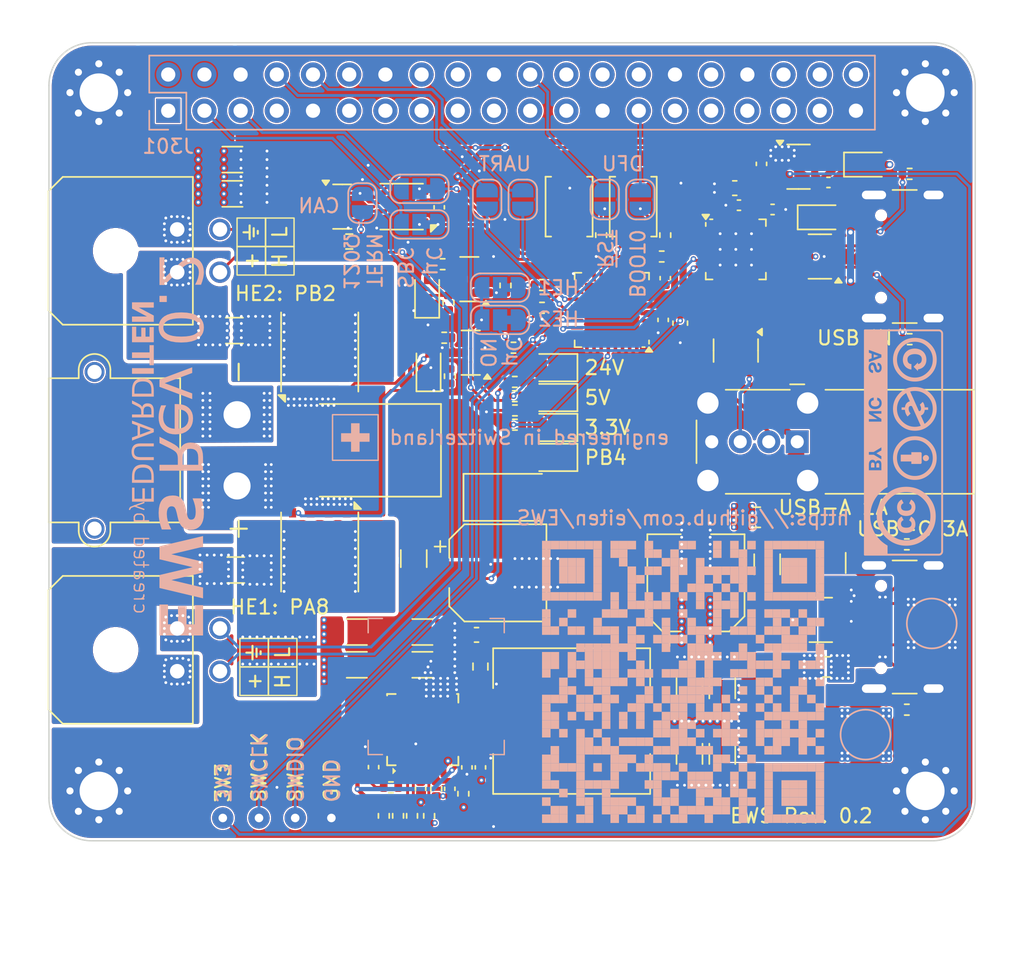
<source format=kicad_pcb>
(kicad_pcb (version 20241229) (generator "pcbnew") (generator_version "9.0")
  (title_block (title "EWS - Power, CANbus and USB HAT for 3D Printers") (date "2025-12-04") (rev "0.1") (company "Eduard Iten") (comment 1 "CC BY-NC-SA 4.0"))
  (layers (0 "F.Cu" signal) (4 "In1.Cu" signal) (6 "In2.Cu" signal) (2 "B.Cu" signal) (13 "F.Paste" user) (15 "B.Paste" user) (5 "F.SilkS" user "F.Silkscreen") (7 "B.SilkS" user "B.Silkscreen") (1 "F.Mask" user) (3 "B.Mask" user) (25 "Edge.Cuts" user))
  (property "PROJEKT_REV" "0.2")
  (net 0 "")
  (net 1 "GND")
  (net 2 "/Power/VCC")
  (net 3 "/Power/SS")
  (net 4 "/Power/EN")
  (net 5 "/Power/~{PGOOD}")
  (net 6 "/Power/T_{ON}")
  (net 7 "/Power/VIN")
  (net 8 "5V")
  (net 9 "/Power/FB")
  (net 10 "/Power/SW")
  (net 11 "/Power/SNB")
  (net 36 "3V3")
  (net 37 "Net-(U302-PF2)")
  (net 38 "Net-(U403-VBUS)")
  (net 39 "Net-(J406-VBUS)")
  (net 41 "Net-(J404-CC1)")
  (net 42 "Net-(J404-CC2)")
  (net 44 "Net-(J405-D--PadA7)")
  (net 45 "Net-(J405-D+-PadA6)")
  (net 46 "Net-(J406-D+)")
  (net 47 "Net-(J406-D-)")
  (net 48 "Net-(JP302-C)")
  (net 49 "Net-(JP303-B)")
  (net 50 "Net-(JP304-A)")
  (net 51 "Net-(JP307-A)")
  (net 52 "Net-(JP401-C)")
  (net 53 "Net-(J301-Pin_27)")
  (net 54 "Net-(J301-Pin_22)")
  (net 55 "/MCU/SWDIO")
  (net 56 "/MCU/SWCLK")
  (net 57 "Net-(J301-Pin_8)")
  (net 58 "Net-(J301-Pin_10)")
  (net 59 "/MCU/uC USART RX")
  (net 60 "/MCU/uC USART TX")
  (net 61 "/MCU/uC FDCAN1 TX")
  (net 62 "/MCU/uC FDCAN1 RX")
  (net 63 "5V_{SYS}")
  (net 64 "Net-(JP401-A)")
  (net 65 "/Connectivity/HE2 GATE")
  (net 66 "V_{EXT}")
  (net 67 "uC USB DP")
  (net 68 "uC USB DN")
  (net 69 "/Connectivity/USB C DP")
  (net 70 "/Connectivity/USB C DN")
  (net 71 "/Connectivity/USB IN DP")
  (net 72 "/Connectivity/USB IN DN")
  (net 73 "/Connectivity/USB A DP")
  (net 74 "/Connectivity/USB A DN")
  (net 75 "CAN L")
  (net 76 "CAN H")
  (net 77 "/Connectivity/1DP")
  (net 78 "/Connectivity/1DN")
  (net 79 "/Connectivity/HE1 GATE")
  (net 80 "24V")
  (net 81 "/MCU/SBC CAN TX")
  (net 82 "/Connectivity/OUT1")
  (net 83 "/Connectivity/OUT2")
  (net 84 "/MCU/SBC CAN RX")
  (net 85 "Net-(Q404-D)")
  (net 86 "Net-(C211-Pad2)")
  (net 87 "Net-(U202-BST)")
  (net 88 "Net-(U302-PB4)")
  (net 90 "Net-(J405-CC1)")
  (net 91 "Net-(J405-CC2)")
  (net 103 "Net-(U202-I_{LIM})")
  (net 116 "Net-(Q403-D)")
  (net 117 "Net-(D406-A)")
  (net 120 "Net-(JP301-C)")
  (net 122 "/Connectivity/OUT1F")
  (net 123 "/Connectivity/OUT2F")
  (net 125 "HE2 ON")
  (net 126 "HE1 ON")
  (net 128 "/Power/AGND")
  (net 129 "Net-(JP402-A)")
  (net 130 "Net-(D201-A)")
  (net 131 "Net-(D202-A)")
  (net 132 "Net-(D203-A)")
  (net 133 "Net-(D301-A)")
  (net 135 "Net-(JP402-C)")
  (footprint "Capacitor_SMD:C_1206_3216Metric" (layer "F.Cu") (at 185 103.5 90)
    (property "Reference" "C405" (hide yes))
    (property "Value" "22u")
  )
  (footprint "Connector_Molex:Molex_Micro-Fit_3.0_43045-0400_2x02_P3.00mm_Horizontal" (layer "F.Cu") (at 139 111.1 90)
    (property "Reference" "J402" (hide yes))
    (property "Value" "MX3.0 2x2")
  )
  (footprint "Capacitor_SMD:C_0603_1608Metric" (layer "F.Cu") (at 174.3 86.675 -90)
    (property "Reference" "C303" (hide yes))
    (property "Value" "10u")
  )
  (footprint "Inductor_SMD:L_APV_APH1050" (layer "F.Cu") (at 166.68 114.6)
    (property "Reference" "L201" (hide yes))
    (property "Value" "3.3uH" (hide yes))
  )
  (footprint "LED_SMD:LED_0805_2012Metric" (layer "F.Cu") (at 165.4 94 180)
    (property "Reference" "D202" (hide yes))
    (property "Value" "YELLOW")
  )
  (footprint "Connector_USB:USB_A_Wuerth_614004134726_Horizontal" (layer "F.Cu") (at 182.51 95 180)
    (property "Reference" "J406" (hide yes))
    (property "Value" "USB-A")
  )
  (footprint "Capacitor_SMD:C_1206_3216Metric" (layer "F.Cu") (at 177.25 116.9 -90)
    (property "Reference" "C217" (hide yes))
    (property "Value" "22u" (hide yes))
  )
  (footprint "Resistor_SMD:R_0402_1005Metric" (layer "F.Cu") (at 162.69 90.8)
    (property "Reference" "R201" (hide yes))
    (property "Value" "22k")
  )
  (footprint "Resistor_SMD:R_0402_1005Metric" (layer "F.Cu") (at 173.25 80.5 -90)
    (property "Reference" "R305" (hide yes))
    (property "Value" "1k")
  )
  (footprint "Button_Switch_SMD:SW_SPST_TS-1088-xR020" (layer "F.Cu") (at 166.5 78.5 -90)
    (property "Reference" "SW301" (hide yes))
    (property "Value" "TS-1088")
  )
  (footprint "Diode_SMD:D_SMC" (layer "F.Cu") (at 152.6 95.6 180)
    (property "Reference" "D403" (hide yes))
    (property "Value" "SS56")
  )
  (footprint "Package_DFN_QFN:QFN-32-1EP_5x5mm_P0.5mm_EP3.45x3.45mm" (layer "F.Cu") (at 169.5 85.75 180)
    (property "Reference" "U302" (hide yes))
    (property "Value" "STM32G0B1KBUx")
  )
  (footprint "Package_SON:HVSON-8-1EP_3x3mm_P0.65mm_EP1.6x2.4mm" (layer "F.Cu") (at 154.75 78.5 180)
    (property "Reference" "U301" (hide yes))
    (property "Value" "TJA1051TK-3")
  )
  (footprint "Package_TO_SOT_SMD:SOT-23" (layer "F.Cu") (at 159.6 88.75 180)
    (property "Reference" "Q403" (hide yes))
    (property "Value" "AO3400A")
  )
  (footprint "Capacitor_SMD:CP_Elec_6.3x7.7" (layer "F.Cu") (at 161.5 104.2)
    (property "Reference" "C201" (hide yes))
    (property "Value" "100u" (hide yes))
  )
  (footprint "Package_TO_SOT_SMD:SOT-23-6" (layer "F.Cu") (at 184.1 82 180)
    (property "Reference" "U402" (hide yes))
    (property "Value" "USBLC6-2SC6")
  )
  (footprint "LED_SMD:LED_0805_2012Metric" (layer "F.Cu") (at 165.4 91.9 180)
    (property "Reference" "D203" (hide yes))
    (property "Value" "YELLOW")
  )
  (footprint "Capacitor_SMD:C_1206_3216Metric" (layer "F.Cu") (at 174.95 112.3 90)
    (property "Reference" "C214" (hide yes))
    (property "Value" "22u" (hide yes))
  )
  (footprint "Resistor_SMD:R_0603_1608Metric" (layer "F.Cu") (at 160.28 110.775 90)
    (property "Reference" "R209" (hide yes))
    (property "Value" "1R")
  )
  (footprint "Resistor_SMD:R_0402_1005Metric" (layer "F.Cu") (at 162.7 93.8)
    (property "Reference" "R301" (hide yes))
    (property "Value" "330R")
  )
  (footprint "Resistor_SMD:R_0402_1005Metric" (layer "F.Cu") (at 157.7375 87.7)
    (property "Reference" "R403" (hide yes))
    (property "Value" "33k")
  )
  (footprint "Resistor_SMD:R_0402_1005Metric" (layer "F.Cu") (at 162.7 92.8)
    (property "Reference" "R202" (hide yes))
    (property "Value" "2k2")
  )
  (footprint "Fuse:Fuse_0805_2012Metric" (layer "F.Cu") (at 184.5625 110.8)
    (property "Reference" "F403" (hide yes))
    (property "Value" "4A")
  )
  (footprint "Diode_SMD:D_SOD-323" (layer "F.Cu") (at 184.15 79.25)
    (property "Reference" "D406" (hide yes))
    (property "Value" "1N5819WS")
  )
  (footprint "Capacitor_SMD:C_1206_3216Metric" (layer "F.Cu") (at 142.875 75.2 180)
    (property "Reference" "C306" (hide yes))
    (property "Value" "22u")
  )
  (footprint "Resistor_SMD:R_0402_1005Metric" (layer "F.Cu") (at 164.6 85.6 180)
    (property "Reference" "R407" (hide yes))
    (property "Value" "1k")
  )
  (footprint "Package_DFN_QFN:AO_DFN-8-1EP_5.55x5.2mm_P1.27mm_EP4.12x4.6mm" (layer "F.Cu") (at 149 88.7 90)
    (property "Reference" "Q402" (hide yes))
    (property "Value" "CJAC70P06")
  )
  (footprint "Package_TO_SOT_SMD:SOT-23" (layer "F.Cu") (at 150.5875 78.5)
    (property "Reference" "D302" (hide yes))
    (property "Value" "PESD1CAN")
  )
  (footprint "Capacitor_SMD:C_0402_1005Metric" (layer "F.Cu") (at 157.3875 78.5475 90)
    (property "Reference" "C304" (hide yes))
    (property "Value" "100n")
  )
  (footprint "Fuse:Fuse_1206_3216Metric_Pad1.42x1.75mm_HandSolder" (layer "F.Cu") (at 143.1125 104 180)
    (property "Reference" "F401" (hide yes))
    (property "Value" "5A")
  )
  (footprint "Resistor_SMD:R_0402_1005Metric" (layer "F.Cu") (at 155.48 121.25 -90)
    (property "Reference" "R207" (hide yes))
    (property "Value" "33k" (hide yes))
  )
  (footprint "Package_DFN_QFN:AO_DFN-8-1EP_5.55x5.2mm_P1.27mm_EP4.12x4.6mm" (layer "F.Cu") (at 149 102.735 -90)
    (property "Reference" "Q401" (hide yes))
    (property "Value" "CJAC70P06")
  )
  (footprint "MountingHole:MountingHole_2.7mm_Pad_Via" (layer "F.Cu") (at 133.5 119.5)
    (property "Reference" "MH103" (hide yes))
    (property "Value" "MountingHole_Pad")
  )
  (footprint "project:NAMED_TEST_POINT" (layer "F.Cu") (at 147.28 121.4 90)
    (property "Reference" "TP302" (hide yes))
    (property "Value" "SWDIO")
  )
  (footprint "Package_TO_SOT_SMD:SOT-23-3" (layer "F.Cu") (at 182.6 75.7)
    (property "Reference" "U201" (hide yes))
    (property "Value" "XC6206P332MR")
  )
  (footprint "Capacitor_SMD:C_0402_1005Metric" (layer "F.Cu") (at 173.25 83.52 -90)
    (property "Reference" "C301" (hide yes))
    (property "Value" "100n")
  )
  (footprint "Capacitor_SMD:C_0402_1005Metric" (layer "F.Cu") (at 152.78 117.83 90)
    (property "Reference" "C211" (hide yes))
    (property "Value" "1u" (hide yes))
  )
  (footprint "Capacitor_SMD:C_1206_3216Metric" (layer "F.Cu") (at 142.875 77.6 180)
    (property "Reference" "C305" (hide yes))
    (property "Value" "22u")
  )
  (footprint "Capacitor_SMD:C_0402_1005Metric" (layer "F.Cu") (at 158.13 119.35 90)
    (property "Reference" "C213" (hide yes))
    (property "Value" "1n" (hide yes))
  )
  (footprint "Diode_SMD:D_SOD-323" (layer "F.Cu") (at 156.6375 89.85 90)
    (property "Reference" "D401" (hide yes))
    (property "Value" "BZT52C15S")
  )
  (footprint "MountingHole:MountingHole_2.7mm_Pad_Via" (layer "F.Cu") (at 191.5 119.5)
    (property "Reference" "MH104" (hide yes))
    (property "Value" "MountingHole_Pad")
  )
  (footprint "MountingHole:MountingHole_2.7mm_Pad_Via" (layer "F.Cu") (at 191.5 70.5)
    (property "Reference" "MH102" (hide yes))
    (property "Value" "MountingHole_Pad")
  )
  (footprint "Capacitor_SMD:C_0402_1005Metric" (layer "F.Cu") (at 159.33 117.85 -90)
    (property "Reference" "C208" (hide yes))
    (property "Value" "100n" (hide yes))
  )
  (footprint "Diode_SMD:D_SMA" (layer "F.Cu") (at 162.6 98.9)
    (property "Reference" "D404" (hide yes))
    (property "Value" "SMAJ26A")
  )
  (footprint "Resistor_SMD:R_0402_1005Metric" (layer "F.Cu") (at 168.75 80.5 -90)
    (property "Reference" "R302" (hide yes))
    (property "Value" "1k")
  )
  (footprint "project:IC_XR76203ELTR-F" (layer "F.Cu") (at 156.23 115.2 90)
    (property "Reference" "U202" (hide yes))
    (property "Value" "XR76208" (hide yes))
  )
  (footprint "Resistor_SMD:R_0402_1005Metric" (layer "F.Cu") (at 162.0375 84.03 -90)
    (property "Reference" "R406" (hide yes))
    (property "Value" "33k")
  )
  (footprint "Capacitor_SMD:C_1206_3216Metric" (layer "F.Cu") (at 151.605 110.65 180)
    (property "Reference" "C205" (hide yes))
    (property "Value" "10u" (hide yes))
  )
  (footprint "Fuse:Fuse_0805_2012Metric" (layer "F.Cu") (at 179.6625 100.3)
    (property "Reference" "F404" (hide yes))
    (property "Value" "1.5A")
  )
  (footprint "Capacitor_SMD:C_1206_3216Metric" (layer "F.Cu") (at 180.4 103.6 -90)
    (property "Reference" "C406" (hide yes))
    (property "Value" "22u")
  )
  (footprint "Fuse:Fuse_1206_3216Metric_Pad1.42x1.75mm_HandSolder" (layer "F.Cu") (at 155.6 103.2 90)
    (property "Reference" "F201" (hide yes))
    (property "Value" "3A")
  )
  (footprint "Capacitor_SMD:C_1206_3216Metric" (layer "F.Cu") (at 151.605 108.35 180)
    (property "Reference" "C202" (hide yes))
    (property "Value" "10u" (hide yes))
  )
  (footprint "Resistor_SMD:R_0402_1005Metric" (layer "F.Cu") (at 159.08 119.7 -90)
    (property "Reference" "R211" (hide yes))
    (property "Value" "2k" (hide yes))
  )
  (footprint "Capacitor_SMD:C_0402_1005Metric" (layer "F.Cu") (at 156.08 119.35 -90)
    (property "Reference" "C210" (hide yes))
    (property "Value" "100n" (hide yes))
  )
  (footprint "Resistor_SMD:R_0402_1005Metric" (layer "F.Cu") (at 157.18 119.35 90)
    (property "Reference" "R210" (hide yes))
    (property "Value" "15k" (hide yes))
  )
  (footprint "MountingHole:MountingHole_2.7mm_Pad_Via" (layer "F.Cu") (at 133.5 70.5)
    (property "Reference" "MH101" (hide yes))
    (property "Value" "MountingHole_Pad")
  )
  (footprint "Button_Switch_SMD:SW_SPST_TS-1088-xR020" (layer "F.Cu") (at 171 78.5 -90)
    (property "Reference" "SW302" (hide yes))
    (property "Value" "TS-1088")
  )
  (footprint "Capacitor_SMD:C_0402_1005Metric" (layer "F.Cu") (at 180.78 78.7)
    (property "Reference" "C401" (hide yes))
    (property "Value" "100n")
  )
  (footprint "Capacitor_SMD:C_0402_1005Metric" (layer "F.Cu") (at 173.1 86.45 90)
    (property "Reference" "C302" (hide yes))
    (property "Value" "100n")
  )
  (footprint "NetTie:NetTie-2_SMD_Pad0.5mm" (layer "F.Cu") (at 156.25 116.2)
    (property "Reference" "NT201" (hide yes))
    (property "Value" "NetTie_2" (hide yes))
  )
  (footprint "Resistor_SMD:R_0402_1005Metric" (layer "F.Cu") (at 173 82 180)
    (property "Reference" "R303" (hide yes))
    (property "Value" "10k")
  )
  (footprint "Resistor_SMD:R_0402_1005Metric" (layer "F.Cu") (at 157.6275 82.54)
    (property "Reference" "R404" (hide yes))
    (property "Value" "33k")
  )
  (footprint "Package_TO_SOT_SMD:SOT-23-6" (layer "F.Cu") (at 184.1625 107.5)
    (property "Reference" "U403" (hide yes))
    (property "Value" "USBLC6-2SC6")
  )
  (footprint "Resistor_SMD:R_0402_1005Metric" (layer "F.Cu") (at 190.2 113.8 180)
    (property "Reference" "R411" (hide yes))
    (property "Value" "10k")
  )
  (footprint "Diode_SMD:D_SOD-323" (layer "F.Cu") (at 187.4 75.55)
    (property "Reference" "D405" (hide yes))
    (property "Value" "1N5819WS")
  )
  (footprint "Resistor_SMD:R_0402_1005Metric" (layer "F.Cu") (at 156.68 121.25 90)
    (property "Reference" "R206" (hide yes))
    (property "Value" "10k" (hide yes))
  )
  (footprint "Package_TO_SOT_SMD:SOT-23" (layer "F.Cu") (at 159.5 83.59 180)
    (property "Reference" "Q404" (hide yes))
    (property "Value" "AO3400A")
  )
  (footprint "Resistor_SMD:R_0402_1005Metric" (layer "F.Cu") (at 190.2 102.2 180)
    (property "Reference" "R412" (hide yes))
    (property "Value" "10k")
  )
  (footprint "Diode_SMD:D_SOD-323" (layer "F.Cu") (at 156.5375 84.69 90)
    (property "Reference" "D402" (hide yes))
    (property "Value" "BZT52C15S")
  )
  (footprint "Resistor_SMD:R_0402_1005Metric" (layer "F.Cu") (at 190.4 87.8)
    (property "Reference" "R409" (hide yes))
    (property "Value" "5k1")
  )
  (footprint "Capacitor_SMD:C_1206_3216Metric" (layer "F.Cu") (at 177.25 112.3 90)
    (property "Reference" "C215" (hide yes))
    (property "Value" "22u" (hide yes))
  )
  (footprint "Connector_AMASS:AMASS_XT30PW-M_1x02_P2.50mm_Horizontal" (layer "F.Cu") (at 143.2 93.1 90)
    (property "Reference" "J401" (hide yes))
    (property "Value" "XT30")
  )
  (footprint "Resistor_SMD:R_0402_1005Metric" (layer "F.Cu") (at 158.1375 90.4 90)
    (property "Reference" "R401" (hide yes))
    (property "Value" "33k")
  )
  (footprint "Resistor_SMD:R_0402_1005Metric" (layer "F.Cu") (at 162.69 91.8)
    (property "Reference" "R203" (hide yes))
    (property "Value" "1k")
  )
  (footprint "Connector_USB:USB_C_Receptacle_GCT_USB4105-xx-A_16P_TopMnt_Horizontal" (layer "F.Cu") (at 191 108 90)
    (property "Reference" "J405" (hide yes))
    (property "Value" "USB-C")
  )
  (footprint "Resistor_SMD:R_0402_1005Metric" (layer "F.Cu") (at 164.6 84 180)
    (property "Reference" "R408" (hide yes))
    (property "Value" "1k")
  )
  (footprint "Package_DFN_QFN:QFN-24-1EP_4x4mm_P0.5mm_EP2.7x2.7mm_ThermalVias" (layer "F.Cu") (at 178.2 81.5)
    (property "Reference" "U401" (hide yes))
    (property "Value" "CH334F")
  )
  (footprint "LED_SMD:LED_0805_2012Metric" (layer "F.Cu") (at 165.4 96.1 180)
    (property "Reference" "D301" (hide yes))
    (property "Value" "GREEN")
  )
  (footprint "Resistor_SMD:R_0402_1005Metric" (layer "F.Cu") (at 190.4 76.2)
    (property "Reference" "R410" (hide yes))
    (property "Value" "5k1")
  )
  (footprint "Capacitor_SMD:C_1206_3216Metric" (layer "F.Cu") (at 156.205 108.35)
    (property "Reference" "C206" (hide yes))
    (property "Value" "10u")
  )
  (footprint "Resistor_SMD:R_0402_1005Metric" (layer "F.Cu") (at 162.6 88.4 180)
    (property "Reference" "R405" (hide yes))
    (property "Value" "33k")
  )
  (footprint "Capacitor_SMD:C_0603_1608Metric" (layer "F.Cu") (at 160.005 108.55 180)
    (property "Reference" "C212" (hide yes))
    (property "Value" "220p")
  )
  (footprint "project:NAMED_TEST_POINT" (layer "F.Cu") (at 142.2 121.4 90)
    (property "Reference" "TP201" (hide yes))
    (property "Value" "3V3")
  )
  (footprint "Capacitor_SMD:C_1206_3216Metric" (layer "F.Cu") (at 174.95 116.9 -90)
    (property "Reference" "C216" (hide yes))
    (property "Value" "22u" (hide yes))
  )
  (footprint "Capacitor_SMD:CP_Elec_6.3x7.7" (layer "F.Cu") (at 175.4 104.9 90)
    (property "Reference" "C403" (hide yes))
    (property "Value" "100u")
  )
  (footprint "Connector_Molex:Molex_Micro-Fit_3.0_43045-0400_2x02_P3.00mm_Horizontal" (layer "F.Cu") (at 139 83.1 90)
    (property "Reference" "J403" (hide yes))
    (property "Value" "MX3.0 2x2")
  )
  (footprint "Resistor_SMD:R_0402_1005Metric" (layer "F.Cu") (at 154 119.25)
    (property "Reference" "R208" (hide yes))
    (property "Value" "5k1" (hide yes))
  )
  (footprint "Resistor_SMD:R_0402_1005Metric" (layer "F.Cu") (at 158.0375 85.24 90)
    (property "Reference" "R402" (hide yes))
    (property "Value" "33k")
  )
  (footprint "project:NAMED_TEST_POINT" (layer "F.Cu") (at 149.82 121.4 90)
    (property "Reference" "TP301" (hide yes))
    (property "Value" "GND")
  )
  (footprint "Capacitor_SMD:C_0402_1005Metric" (layer "F.Cu") (at 160.28 117.85 -90)
    (property "Reference" "C209" (hide yes))
    (property "Value" "4u7" (hide yes))
  )
  (footprint "LED_SMD:LED_0805_2012Metric" (layer "F.Cu") (at 165.4 89.8 180)
    (property "Reference" "D201" (hide yes))
    (property "Value" "YELLOW")
  )
  (footprint "Capacitor_SMD:C_1206_3216Metric" (layer "F.Cu") (at 156.205 110.65)
    (property "Reference" "C204" (hide yes))
    (property "Value" "10u")
  )
  (footprint "Connector_USB:USB_C_Receptacle_GCT_USB4105-xx-A_16P_TopMnt_Horizontal" (layer "F.Cu") (at 191 82 90)
    (property "Reference" "J404" (hide yes))
    (property "Value" "USB-C")
  )
  (footprint "Capacitor_SMD:C_0402_1005Metric" (layer "F.Cu") (at 184.7 76.8 180)
    (property "Reference" "C203" (hide yes))
    (property "Value" "1u")
  )
  (footprint "Resistor_SMD:R_0402_1005Metric" (layer "F.Cu") (at 154.5 121.25 -90)
    (property "Reference" "R205" (hide yes))
    (property "Value" "2k2")
  )
  (footprint "project:NAMED_TEST_POINT" (layer "F.Cu") (at 144.74 121.4 90)
    (property "Reference" "TP303" (hide yes))
    (property "Value" "SWCLK")
  )
  (footprint "Capacitor_SMD:C_0603_1608Metric" (layer "F.Cu") (at 178.125 77.2 180)
    (property "Reference" "C402" (hide yes))
    (property "Value" "10u")
  )
  (footprint "Package_TO_SOT_SMD:SOT-23-6" (layer "F.Cu") (at 178.2 88.6 -90)
    (property "Reference" "U404" (hide yes))
    (property "Value" "USBLC6-2SC6")
  )
  (footprint "Resistor_SMD:R_0402_1005Metric" (layer "F.Cu") (at 153.5 121.25 90)
    (property "Reference" "R204" (hide yes))
    (property "Value" "100k" (hide yes))
  )
  (footprint "Resistor_SMD:R_0603_1608Metric" (layer "F.Cu") (at 151.075 80.95 180)
    (property "Reference" "R304" (hide yes))
    (property "Value" "120R")
  )
  (footprint "Fuse:Fuse_1206_3216Metric_Pad1.42x1.75mm_HandSolder" (layer "F.Cu") (at 143.0125 87.2 180)
    (property "Reference" "F402" (hide yes))
    (property "Value" "5A")
  )
  (footprint "Capacitor_SMD:C_0402_1005Metric" (layer "F.Cu") (at 180 75.5 -90)
    (property "Reference" "C207" (hide yes))
    (property "Value" "1u")
  )
  (footprint "Capacitor_SMD:C_0402_1005Metric" (layer "F.Cu") (at 178.42 78.4 180)
    (property "Reference" "C404" (hide yes))
    (property "Value" "100n")
  )
  (footprint "Jumper:SolderJumper-2_P1.3mm_Open_RoundedPad1.0x1.5mm" (layer "B.Cu") (at 163.25 78 90)
    (property "Reference" "JP305" (hide yes))
    (property "Value" "~")
  )
  (footprint "Jumper:SolderJumper-2_P1.3mm_Open_RoundedPad1.0x1.5mm" (layer "B.Cu") (at 152 78.25 -90)
    (property "Reference" "JP303" (hide yes))
    (property "Value" "~")
  )
  (footprint "project:SolderJumper-3_P1.3mm_Bridged12_RoundedPad1.0x1.5mm_custom" (layer "B.Cu") (at 156 77.25 180)
    (property "Reference" "JP301" (hide yes))
    (property "Value" "~")
  )
  (footprint "project:SolderJumper-3_P1.3mm_Bridged12_RoundedPad1.0x1.5mm_custom" (layer "B.Cu") (at 161.6575 86.448641 180)
    (property "Reference" "JP401" (hide yes))
    (property "Value" "~")
  )
  (footprint "TestPoint:TestPoint_Pad_D3.0mm" (layer "B.Cu") (at 187.3 115.55 90)
    (property "Reference" "TP202" (hide yes))
    (property "Value" "5V")
  )
  (footprint "Connector_PinSocket_2.54mm:PinSocket_2x20_P2.54mm_Vertical" (layer "B.Cu") (at 138.37 71.77 -90)
    (property "Reference" "J301")
    (property "Value" "GPIO")
  )
  (footprint "Jumper:SolderJumper-2_P1.3mm_Open_RoundedPad1.0x1.5mm" (layer "B.Cu") (at 169 78 90)
    (property "Reference" "JP304" (hide yes))
    (property "Value" "~")
  )
  (footprint "project:http___github.com_eiten_EWS" (layer "B.Cu") (at 174.5 111.85 180)
    (property "Reference" "LABEL103" (hide yes))
    (property "Value" "https://github.com/eiten/EWS")
  )
  (footprint "Jumper:SolderJumper-2_P1.3mm_Open_RoundedPad1.0x1.5mm" (layer "B.Cu") (at 160.75 78 90)
    (property "Reference" "JP306" (hide yes))
    (property "Value" "~")
  )
  (footprint "project:HeatSink_9x9x5" (layer "B.Cu") (at 157.15 112.15 -90)
    (property "Reference" "HS201" (hide yes))
    (property "Value" "Heatsink" (hide yes))
  )
  (footprint "project:EduardIten" (layer "B.Cu") (at 136.45 98.55 90)
    (property "Reference" "LABEL102" (hide yes))
    (property "Value" "CREATED BY")
  )
  (footprint "project:SolderJumper-3_P1.3mm_Bridged12_RoundedPad1.0x1.5mm_custom" (layer "B.Cu") (at 156 79.75 180)
    (property "Reference" "JP302" (hide yes))
    (property "Value" "~")
  )
  (footprint "project:EWS Rev. 1.0" (layer "B.Cu") (at 139 97.95 90)
    (property "Reference" "LABEL101" (hide yes))
    (property "Value" "PCB  NAME")
  )
  (footprint "project:SolderJumper-3_P1.3mm_Bridged12_RoundedPad1.0x1.5mm_custom" (layer "B.Cu") (at 161.6575 84.183641 180)
    (property "Reference" "JP402" (hide yes))
    (property "Value" "~")
  )
  (footprint "Jumper:SolderJumper-2_P1.3mm_Open_RoundedPad1.0x1.5mm" (layer "B.Cu") (at 171.5 78 90)
    (property "Reference" "JP307" (hide yes))
    (property "Value" "~")
  )
  (footprint "TestPoint:TestPoint_Pad_D3.0mm" (layer "B.Cu") (at 191.95 107.75 180)
    (property "Reference" "TP203" (hide yes))
    (property "Value" "GND")
  )
  (footprint "project:CC_BY_NC_SA 4" (layer "B.Cu") (at 190.8 100.75 90)
    (property "Reference" "LABEL104" (hide yes))
    (property "Value" "LICENSE")
  )
  (footprint "project:Switzerland" (layer "B.Cu") (at 151.5 94.7 180)
    (property "Reference" "LABEL105" (hide yes))
    (property "Value" "SWITZERLAND" (hide yes))
  )
  (gr_rect (start 145.2 79.3) (end 147.2 81.3) (stroke (width 0.1)) (fill no) (layer "F.SilkS"))
  (gr_rect (start 145.4 108.8) (end 147.4 110.8) (stroke (width 0.1)) (fill no) (layer "F.SilkS"))
  (gr_rect (start 143.2 81.3) (end 145.2 83.3) (stroke (width 0.1)) (fill no) (layer "F.SilkS"))
  (gr_rect (start 143.4 110.8) (end 145.4 112.8) (stroke (width 0.1)) (fill no) (layer "F.SilkS"))
  (gr_rect (start 145.2 81.3) (end 147.2 83.3) (stroke (width 0.1)) (fill no) (layer "F.SilkS"))
  (gr_rect (start 145.4 110.8) (end 147.4 112.8) (stroke (width 0.1)) (fill no) (layer "F.SilkS"))
  (gr_rect (start 143.2 79.3) (end 145.2 81.3) (stroke (width 0.1)) (fill no) (layer "F.SilkS"))
  (gr_rect (start 143.4 108.8) (end 145.4 110.8) (stroke (width 0.1)) (fill no) (layer "F.SilkS"))
  (gr_arc (start 195 120) (mid 194.12132 122.12132) (end 192 123) (stroke (width 0.1)) (layer "Edge.Cuts"))
  (gr_line (start 192 67) (end 133 67) (stroke (width 0.1)) (layer "Edge.Cuts"))
  (gr_line (start 195 120) (end 195 70) (stroke (width 0.1)) (layer "Edge.Cuts"))
  (gr_arc (start 192 67) (mid 194.12132 67.87868) (end 195 70) (stroke (width 0.1)) (layer "Edge.Cuts"))
  (gr_arc (start 133 123) (mid 130.87868 122.12132) (end 130 120) (stroke (width 0.1)) (layer "Edge.Cuts"))
  (gr_line (start 133 123) (end 192 123) (stroke (width 0.1)) (layer "Edge.Cuts"))
  (gr_arc (start 130 70) (mid 130.87868 67.87868) (end 133 67) (stroke (width 0.1)) (layer "Edge.Cuts"))
  (gr_line (start 130 70) (end 130 120) (stroke (width 0.1)) (layer "Edge.Cuts"))
  (gr_text "H" (at 146.2 82.3 90) (layer "F.SilkS") (effects (font (size 1 1))))
  (gr_text "⏚" (at 144.4 109.8 90) (layer "F.SilkS") (effects (font (size 1 1))))
  (gr_text "HE1: PA8" (at 146.2 106.6 0) (layer "F.SilkS") (effects (font (size 1 1))))
  (gr_text "USB-A 1A" (at 181.1 100.2 0) (layer "F.SilkS") (effects (font (size 1 1)) (justify left bottom)))
  (gr_text "⏚" (at 144.2 80.3 90) (layer "F.SilkS") (effects (font (size 1 1))))
  (gr_text "+" (at 144.4 111.8 90) (layer "F.SilkS") (effects (font (size 1 1))))
  (gr_text "L" (at 146.4 109.8 90) (layer "F.SilkS") (effects (font (size 1 1))))
  (gr_text "3.3V" (at 167.5 94 0) (layer "F.SilkS") (effects (font (size 1 1)) (justify left)))
  (gr_text "USB IN" (at 183.8 88.3 0) (layer "F.SilkS") (effects (font (size 1 1)) (justify left bottom)))
  (gr_text "L" (at 146.2 80.3 90) (layer "F.SilkS") (effects (font (size 1 1))))
  (gr_text "24V" (at 167.5 89.8 0) (layer "F.SilkS") (effects (font (size 1 1)) (justify left)))
  (gr_text "5V" (at 167.5 91.9 0) (layer "F.SilkS") (effects (font (size 1 1)) (justify left)))
  (gr_text "H" (at 146.4 111.8 90) (layer "F.SilkS") (effects (font (size 1 1))))
  (gr_text "EWS Rev. ${PROJEKT_REV}" (at 182.8 121.25 0) (layer "F.SilkS") (effects (font (size 1 1))))
  (gr_text "USB-C 3A" (at 186.6 101.7 0) (layer "F.SilkS") (effects (font (size 1 1)) (justify left bottom)))
  (gr_text "HE2: PB2" (at 146.6 84.6 0) (layer "F.SilkS") (effects (font (size 1 1))))
  (gr_text "+" (at 144.2 82.3 90) (layer "F.SilkS") (effects (font (size 1 1))))
  (gr_text "PB4" (at 167.5 96.1 0) (layer "F.SilkS") (effects (font (size 1 1)) (justify left)))
  (gr_text "CAN" (at 150.5 78.439664 0) (layer "B.SilkS") (effects (font (size 1 1)) (justify left mirror)))
  (gr_text "TERM\n120Ω" (at 152 80.25 270) (layer "B.SilkS") (effects (font (size 1 1)) (justify right mirror)))
  (gr_text "~{RST}" (at 169 80 270) (layer "B.SilkS") (effects (font (size 1 1)) (justify right mirror)))
  (gr_text "BOOT0" (at 171.25 80 270) (layer "B.SilkS") (effects (font (size 1 1)) (justify right mirror)))
  (gr_text "μC" (at 157 81.2 270) (layer "B.SilkS") (effects (font (size 1 1)) (justify right mirror)))
  (gr_text "μC" (at 162.6 87.6 270) (layer "B.SilkS") (effects (font (size 1 1)) (justify right mirror)))
  (gr_text "DFU" (at 170.25 75.5 -0) (layer "B.SilkS") (effects (font (size 1 1)) (justify mirror)))
  (gr_text "HE1" (at 164.2 84.2 0) (layer "B.SilkS") (effects (font (size 1 1)) (justify right mirror)))
  (gr_text "UART" (at 162 75.5 -0) (layer "B.SilkS") (effects (font (size 1 1)) (justify mirror)))
  (gr_text "ON" (at 160.8 87.6 270) (layer "B.SilkS") (effects (font (size 1 1)) (justify right mirror)))
  (gr_text "HE2" (at 164.2 86.4 0) (layer "B.SilkS") (effects (font (size 1 1)) (justify right mirror)))
  (gr_text "SBC" (at 155 81.2 270) (layer "B.SilkS") (effects (font (size 1 1)) (justify right mirror)))
  (segment (start 177.95 78.45) (end 178 78.4) (width 0.25) (layer "F.Cu") (net 1))
  (via (at 190.3 109.05) (size 0.4) (drill 0.2) (layers "F.Cu" "B.Cu") (net 1))
  (via (at 172.75 87.35) (size 0.4) (drill 0.2) (layers "F.Cu" "B.Cu") (net 1))
  (via (at 145.3 75.8) (size 0.4) (drill 0.2) (layers "F.Cu" "B.Cu") (net 1))
  (via (at 174.6 110.1) (size 0.4) (drill 0.2) (layers "F.Cu" "B.Cu") (net 1))
  (via (at 163.2 103.2) (size 0.4) (drill 0.2) (layers "F.Cu" "B.Cu") (net 1))
  (via (at 162.7 103.2) (size 0.4) (drill 0.2) (layers "F.Cu" "B.Cu") (net 1))
  (via (at 174.4 103.2) (size 0.4) (drill 0.2) (layers "F.Cu" "B.Cu") (net 1))
  (via (at 146 119.25) (size 0.4) (drill 0.2) (layers "F.Cu" "B.Cu") (net 1))
  (via (at 158.48 110.75) (size 0.4) (drill 0.2) (layers "F.Cu" "B.Cu") (net 1))
  (via (at 145.5 92.6) (size 0.4) (drill 0.2) (layers "F.Cu" "B.Cu") (net 1))
  (via (at 149.3 110.3) (size 0.4) (drill 0.2) (layers "F.Cu" "B.Cu") (net 1))
  (via (at 149.3 110.8) (size 0.4) (drill 0.2) (layers "F.Cu" "B.Cu") (net 1))
  (via (at 156.8 110.4) (size 0.4) (drill 0.2) (layers "F.Cu" "B.Cu") (net 1))
  (via (at 158.48 110.25) (size 0.4) (drill 0.2) (layers "F.Cu" "B.Cu") (net 1))
  (via (at 145.3 74.6) (size 0.4) (drill 0.2) (layers "F.Cu" "B.Cu") (net 1))
  (via (at 139.8 80.9) (size 0.4) (drill 0.2) (layers "F.Cu" "B.Cu") (net 1))
  (via (at 140.8 93.1) (size 0.4) (drill 0.2) (layers "F.Cu" "B.Cu") (net 1))
  (via (at 184.4 82) (size 0.4) (drill 0.2) (layers "F.Cu" "B.Cu") (net 1))
  (via (at 177.6 110.1) (size 0.4) (drill 0.2) (layers "F.Cu" "B.Cu") (net 1))
  (via (at 149.3 111.8) (size 0.4) (drill 0.2) (layers "F.Cu" "B.Cu") (net 1))
  (via (at 152.2 116.4) (size 0.4) (drill 0.2) (layers "F.Cu" "B.Cu") (net 1))
  (via (at 158.6 112.4) (size 0.4) (drill 0.2) (layers "F.Cu" "B.Cu") (net 1))
  (via (at 175.1 119.1) (size 0.4) (drill 0.2) (layers "F.Cu" "B.Cu") (net 1))
  (via (at 182.2 107.5) (size 0.4) (drill 0.2) (layers "F.Cu" "B.Cu") (net 1))
  (via (at 145.3 78.2) (size 0.4) (drill 0.2) (layers "F.Cu" "B.Cu") (net 1))
  (via (at 176.4 102.7) (size 0.4) (drill 0.2) (layers "F.Cu" "B.Cu") (net 1))
  (via (at 155.6 85.8) (size 0.4) (drill 0.2) (layers "F.Cu" "B.Cu") (net 1))
  (via (at 162 79.4) (size 0.4) (drill 0.2) (layers "F.Cu" "B.Cu") (net 1))
  (via (at 181 74.3) (size 0.4) (drill 0.2) (layers "F.Cu" "B.Cu") (net 1))
  (via (at 174.4 101.7) (size 0.4) (drill 0.2) (layers "F.Cu" "B.Cu") (net 1))
  (via (at 139.4 81) (size 0.4) (drill 0.2) (layers "F.Cu" "B.Cu") (net 1))
  (via (at 156.8 89.8) (size 0.4) (drill 0.2) (layers "F.Cu" "B.Cu") (net 1))
  (via (at 152.4 75.6) (size 0.4) (drill 0.2) (layers "F.Cu" "B.Cu") (net 1))
  (via (at 138.6 81) (size 0.4) (drill 0.2) (layers "F.Cu" "B.Cu") (net 1))
  (via (at 163.2 105.2) (size 0.4) (drill 0.2) (layers "F.Cu" "B.Cu") (net 1))
  (via (at 165.2 105.2) (size 0.4) (drill 0.2) (layers "F.Cu" "B.Cu") (net 1))
  (via (at 138.1 80.5) (size 0.4) (drill 0.2) (layers "F.Cu" "B.Cu") (net 1))
  (via (at 193.6 106.05) (size 0.4) (drill 0.2) (layers "F.Cu" "B.Cu") (net 1))
  (via (at 181.45 75.25) (size 0.4) (drill 0.2) (layers "F.Cu" "B.Cu") (net 1))
  (via (at 145.3 77) (size 0.4) (drill 0.2) (layers "F.Cu" "B.Cu") (net 1))
  (via (at 153 80) (size 0.4) (drill 0.2) (layers "F.Cu" "B.Cu") (net 1))
  (via (at 149.3 109) (size 0.4) (drill 0.2) (layers "F.Cu" "B.Cu") (net 1))
  (via (at 174.35 76.85) (size 0.4) (drill 0.2) (layers "F.Cu" "B.Cu") (net 1))
  (via (at 138.1 108.5) (size 0.4) (drill 0.2) (layers "F.Cu" "B.Cu") (net 1))
  (via (at 145.1 93.1) (size 0.4) (drill 0.2) (layers "F.Cu" "B.Cu") (net 1))
  (via (at 165.2 103.2) (size 0.4) (drill 0.2) (layers "F.Cu" "B.Cu") (net 1))
  (via (at 139.4 109) (size 0.4) (drill 0.2) (layers "F.Cu" "B.Cu") (net 1))
  (via (at 140.8 92.1) (size 0.4) (drill 0.2) (layers "F.Cu" "B.Cu") (net 1))
  (via (at 177.1 119.1) (size 0.4) (drill 0.2) (layers "F.Cu" "B.Cu") (net 1))
  (via (at 155 84) (size 0.4) (drill 0.2) (layers "F.Cu" "B.Cu") (net 1))
  (via (at 165.7 105.2) (size 0.4) (drill 0.2) (layers "F.Cu" "B.Cu") (net 1))
  (via (at 176.4 103.7) (size 0.4) (drill 0.2) (layers "F.Cu" "B.Cu") (net 1))
  (via (at 145.1 94.6) (size 0.4) (drill 0.2) (layers "F.Cu" "B.Cu") (net 1))
  (via (at 140.8 91.6) (size 0.4) (drill 0.2) (layers "F.Cu" "B.Cu") (net 1))
  (via (at 162.7 105.2) (size 0.4) (drill 0.2) (layers "F.Cu" "B.Cu") (net 1))
  (via (at 174.4 101.2) (size 0.4) (drill 0.2) (layers "F.Cu" "B.Cu") (net 1))
  (via (at 145.5 93.1) (size 0.4) (drill 0.2) (layers "F.Cu" "B.Cu") (net 1))
  (via (at 161.4 112) (size 0.4) (drill 0.2) (layers "F.Cu" "B.Cu") (net 1))
  (via (at 160.6 88.4) (size 0.4) (drill 0.2) (layers "F.Cu" "B.Cu") (net 1))
  (via (at 181.9 74.3) (size 0.4) (drill 0.2) (layers "F.Cu" "B.Cu") (net 1))
  (via (at 141.3 94.1) (size 0.4) (drill 0.2) (layers "F.Cu" "B.Cu") (net 1))
  (via (at 160.2 76) (size 0.4) (drill 0.2) (layers "F.Cu" "B.Cu") (net 1))
  (via (at 149.3 108) (size 0.4) (drill 0.2) (layers "F.Cu" "B.Cu") (net 1))
  (via (at 180.65 74.95) (size 0.4) (drill 0.2) (layers "F.Cu" "B.Cu") (net 1))
  (via (at 190.7 109.45) (size 0.4) (drill 0.2) (layers "F.Cu" "B.Cu") (net 1))
  (via (at 141.3 93.6) (size 0.4) (drill 0.2) (layers "F.Cu" "B.Cu") (net 1))
  (via (at 164.7 105.2) (size 0.4) (drill 0.2) (layers "F.Cu" "B.Cu") (net 1))
  (via (at 174.1 119.1) (size 0.4) (drill 0.2) (layers "F.Cu" "B.Cu") (net 1))
  (via (at 145.5 94.1) (size 0.4) (drill 0.2) (layers "F.Cu" "B.Cu") (net 1))
  (via (at 190.3 106.45) (size 0.4) (drill 0.2) (layers "F.Cu" "B.Cu") (net 1))
  (via (at 190.7 109.05) (size 0.4) (drill 0.2) (layers "F.Cu" "B.Cu") (net 1))
  (via (at 177.5 78.4) (size 0.4) (drill 0.2) (layers "F.Cu" "B.Cu") (net 1))
  (via (at 178.1 110.1) (size 0.4) (drill 0.2) (layers "F.Cu" "B.Cu") (net 1))
  (via (at 139.9 108.5) (size 0.4) (drill 0.2) (layers "F.Cu" "B.Cu") (net 1))
  (via (at 145.5 94.6) (size 0.4) (drill 0.2) (layers "F.Cu" "B.Cu") (net 1))
  (via (at 145.1 93.6) (size 0.4) (drill 0.2) (layers "F.Cu" "B.Cu") (net 1))
  (via (at 166.55 77.2) (size 0.4) (drill 0.2) (layers "F.Cu" "B.Cu") (net 1))
  (via (at 141.3 91.6) (size 0.4) (drill 0.2) (layers "F.Cu" "B.Cu") (net 1))
  (via (at 168.4 82) (size 0.4) (drill 0.2) (layers "F.Cu" "B.Cu") (net 1))
  (via (at 190.3 106.05) (size 0.4) (drill 0.2) (layers "F.Cu" "B.Cu") (net 1))
  (via (at 138.1 107.7) (size 0.4) (drill 0.2) (layers "F.Cu" "B.Cu") (net 1))
  (via (at 149.3 111.3) (size 0.4) (drill 0.2) (layers "F.Cu" "B.Cu") (net 1))
  (via (at 190.7 106.45) (size 0.4) (drill 0.2) (layers "F.Cu" "B.Cu") (net 1))
  (via (at 174.4 102.7) (size 0.4) (drill 0.2) (layers "F.Cu" "B.Cu") (net 1))
  (via (at 158.48 109.25) (size 0.4) (drill 0.2) (layers "F.Cu" "B.Cu") (net 1))
  (via (at 158.48 107.75) (size 0.4) (drill 0.2) (layers "F.Cu" "B.Cu") (net 1))
  (via (at 143.475 75.8) (size 0.4) (drill 0.2) (layers "F.Cu" "B.Cu") (net 1))
  (via (at 145.3 77.6) (size 0.4) (drill 0.2) (layers "F.Cu" "B.Cu") (net 1))
  (via (at 145.5 91.6) (size 0.4) (drill 0.2) (layers "F.Cu" "B.Cu") (net 1))
  (via (at 190.3 109.45) (size 0.4) (drill 0.2) (layers "F.Cu" "B.Cu") (net 1))
  (via (at 156.4 111.2) (size 0.4) (drill 0.2) (layers "F.Cu" "B.Cu") (net 1))
  (via (at 143.475 75.2) (size 0.4) (drill 0.2) (layers "F.Cu" "B.Cu") (net 1))
  (via (at 158.48 109.75) (size 0.4) (drill 0.2) (layers "F.Cu" "B.Cu") (net 1))
  (via (at 138.2 108.9) (size 0.4) (drill 0.2) (layers "F.Cu" "B.Cu") (net 1))
  (via (at 139.4 79.2) (size 0.4) (drill 0.2) (layers "F.Cu" "B.Cu") (net 1))
  (via (at 174.6 119.1) (size 0.4) (drill 0.2) (layers "F.Cu" "B.Cu") (net 1))
  (via (at 161.2 82) (size 0.4) (drill 0.2) (layers "F.Cu" "B.Cu") (net 1))
  (via (at 175.6 119.1) (size 0.4) (drill 0.2) (layers "F.Cu" "B.Cu") (net 1))
  (via (at 156.8 111.2) (size 0.4) (drill 0.2) (layers "F.Cu" "B.Cu") (net 1))
  (via (at 149.3 108.5) (size 0.4) (drill 0.2) (layers "F.Cu" "B.Cu") (net 1))
  (via (at 139 79.2) (size 0.4) (drill 0.2) (layers "F.Cu" "B.Cu") (net 1))
  (via (at 159.33 118.33) (size 0.4) (drill 0.2) (layers "F.Cu" "B.Cu") (net 1))
  (via (at 145.3 76.4) (size 0.4) (drill 0.2) (layers "F.Cu" "B.Cu") (net 1))
  (via (at 139 81) (size 0.4) (drill 0.2) (layers "F.Cu" "B.Cu") (net 1))
  (via (at 138.1 79.7) (size 0.4) (drill 0.2) (layers "F.Cu" "B.Cu") (net 1))
  (via (at 176.4 101.2) (size 0.4) (drill 0.2) (layers "F.Cu" "B.Cu") (net 1))
  (via (at 164.2 105.2) (size 0.4) (drill 0.2) (layers "F.Cu" "B.Cu") (net 1))
  (via (at 174.1 110.1) (size 0.4) (drill 0.2) (layers "F.Cu" "B.Cu") (net 1))
  (via (at 174.3 88.05) (size 0.4) (drill 0.2) (layers "F.Cu" "B.Cu") (net 1))
  (via (at 157.6 91.4) (size 0.4) (drill 0.2) (layers "F.Cu" "B.Cu") (net 1))
  (via (at 182.3 74.95) (size 0.4) (drill 0.2) (layers "F.Cu" "B.Cu") (net 1))
  (via (at 138.6 79.2) (size 0.4) (drill 0.2) (layers "F.Cu" "B.Cu") (net 1))
  (via (at 176.7 77.5) (size 0.4) (drill 0.2) (layers "F.Cu" "B.Cu") (net 1))
  (via (at 140.8 92.6) (size 0.4) (drill 0.2) (layers "F.Cu" "B.Cu") (net 1))
  (via (at 139.8 108.9) (size 0.4) (drill 0.2) (layers "F.Cu" "B.Cu") (net 1))
  (via (at 161 103.6) (size 0.4) (drill 0.2) (layers "F.Cu" "B.Cu") (net 1))
  (via (at 164.7 103.2) (size 0.4) (drill 0.2) (layers "F.Cu" "B.Cu") (net 1))
  (via (at 141.3 93.1) (size 0.4) (drill 0.2) (layers "F.Cu" "B.Cu") (net 1))
  (via (at 141.3 92.1) (size 0.4) (drill 0.2) (layers "F.Cu" "B.Cu") (net 1))
  (via (at 176.7 76.9) (size 0.4) (drill 0.2) (layers "F.Cu" "B.Cu") (net 1))
  (via (at 145.5 93.6) (size 0.4) (drill 0.2) (layers "F.Cu" "B.Cu") (net 1))
  (via (at 141.3 92.6) (size 0.4) (drill 0.2) (layers "F.Cu" "B.Cu") (net 1))
  (via (at 158.48 111.2) (size 0.4) (drill 0.2) (layers "F.Cu" "B.Cu") (net 1))
  (via (at 138.6 107.2) (size 0.4) (drill 0.2) (layers "F.Cu" "B.Cu") (net 1))
  (via (at 143.475 76.4) (size 0.4) (drill 0.2) (layers "F.Cu" "B.Cu") (net 1))
  (via (at 139.9 107.7) (size 0.4) (drill 0.2) (layers "F.Cu" "B.Cu") (net 1))
  (via (at 164.2 103.2) (size 0.4) (drill 0.2) (layers "F.Cu" "B.Cu") (net 1))
  (via (at 176.4 102.2) (size 0.4) (drill 0.2) (layers "F.Cu" "B.Cu") (net 1))
  (via (at 139 109) (size 0.4) (drill 0.2) (layers "F.Cu" "B.Cu") (net 1))
  (via (at 152 76.6) (size 0.4) (drill 0.2) (layers "F.Cu" "B.Cu") (net 1))
  (via (at 176.4 100.7) (size 0.4) (drill 0.2) (layers "F.Cu" "B.Cu") (net 1))
  (via (at 143.475 74.6) (size 0.4) (drill 0.2) (layers "F.Cu" "B.Cu") (net 1))
  (via (at 145.1 94.1) (size 0.4) (drill 0.2) (layers "F.Cu" "B.Cu") (net 1))
  (via (at 176.6 110.1) (size 0.4) (drill 0.2) (layers "F.Cu" "B.Cu") (net 1))
  (via (at 176.4 101.7) (size 0.4) (drill 0.2) (layers "F.Cu" "B.Cu") (net 1))
  (via (at 156.6 110.8) (size 0.4) (drill 0.2) (layers "F.Cu" "B.Cu") (net 1))
  (via (at 145.3 75.2) (size 0.4) (drill 0.2) (layers "F.Cu" "B.Cu") (net 1))
  (via (at 193.6 106.45) (size 0.4) (drill 0.2) (layers "F.Cu" "B.Cu") (net 1))
  (via (at 190.7 106.05) (size 0.4) (drill 0.2) (layers "F.Cu" "B.Cu") (net 1))
  (via (at 175.1 110.1) (size 0.4) (drill 0.2) (layers "F.Cu" "B.Cu") (net 1))
  (via (at 176.1 110.1) (size 0.4) (drill 0.2) (layers "F.Cu" "B.Cu") (net 1))
  (via (at 158.48 108.75) (size 0.4) (drill 0.2) (layers "F.Cu" "B.Cu") (net 1))
  (via (at 138.2 80.9) (size 0.4) (drill 0.2) (layers "F.Cu" "B.Cu") (net 1))
  (via (at 193.6 109.05) (size 0.4) (drill 0.2) (layers "F.Cu" "B.Cu") (net 1))
  (via (at 159 75) (size 0.4) (drill 0.2) (layers "F.Cu" "B.Cu") (net 1))
  (via (at 143.475 77) (size 0.4) (drill 0.2) (layers "F.Cu" "B.Cu") (net 1))
  (via (at 175.6 110.1) (size 0.4) (drill 0.2) (layers "F.Cu" "B.Cu") (net 1))
  (via (at 143.475 77.6) (size 0.4) (drill 0.2) (layers "F.Cu" "B.Cu") (net 1))
  (via (at 145.1 92.6) (size 0.4) (drill 0.2) (layers "F.Cu" "B.Cu") (net 1))
  (via (at 156 111.6) (size 0.4) (drill 0.2) (layers "F.Cu" "B.Cu") (net 1))
  (via (at 151 80) (size 0.4) (drill 0.2) (layers "F.Cu" "B.Cu") (net 1))
  (via (at 174.4 100.7) (size 0.4) (drill 0.2) (layers "F.Cu" "B.Cu") (net 1))
  (via (at 166.8 83.2) (size 0.4) (drill 0.2) (layers "F.Cu" "B.Cu") (net 1))
  (via (at 139.9 80.1) (size 0.4) (drill 0.2) (layers "F.Cu" "B.Cu") (net 1))
  (via (at 145.1 91.6) (size 0.4) (drill 0.2) (layers "F.Cu" "B.Cu") (net 1))
  (via (at 193.6 109.45) (size 0.4) (drill 0.2) (layers "F.Cu" "B.Cu") (net 1))
  (via (at 139.9 108.1) (size 0.4) (drill 0.2) (layers "F.Cu" "B.Cu") (net 1))
  (via (at 176.6 119.1) (size 0.4) (drill 0.2) (layers "F.Cu" "B.Cu") (net 1))
  (via (at 156.6 86.8) (size 0.4) (drill 0.2) (layers "F.Cu" "B.Cu") (net 1))
  (via (at 163 87.8) (size 0.4) (drill 0.2) (layers "F.Cu" "B.Cu") (net 1))
  (via (at 139.8 107.3) (size 0.4) (drill 0.2) (layers "F.Cu" "B.Cu") (net 1))
  (via (at 138.6 109) (size 0.4) (drill 0.2) (layers "F.Cu" "B.Cu") (net 1))
  (via (at 140.8 94.1) (size 0.4) (drill 0.2) (layers "F.Cu" "B.Cu") (net 1))
  (via (at 178.1 119.1) (size 0.4) (drill 0.2) (layers "F.Cu" "B.Cu") (net 1))
  (via (at 181.9 75.25) (size 0.4) (drill 0.2) (layers "F.Cu" "B.Cu") (net 1))
  (via (at 141.3 94.6) (size 0.4) (drill 0.2) (layers "F.Cu" "B.Cu") (net 1))
  (via (at 139.9 80.5) (size 0.4) (drill 0.2) (layers "F.Cu" "B.Cu") (net 1))
  (via (at 149.3 107.5) (size 0.4) (drill 0.2) (layers "F.Cu" "B.Cu") (net 1))
  (via (at 193.2 109.45) (size 0.4) (drill 0.2) (layers "F.Cu" "B.Cu") (net 1))
  (via (at 161 117.2) (size 0.4) (drill 0.2) (layers "F.Cu" "B.Cu") (net 1))
  (via (at 177.1 110.1) (size 0.4) (drill 0.2) (layers "F.Cu" "B.Cu") (net 1))
  (via (at 155.741998 116.2) (size 0.4) (drill 0.2) (layers "F.Cu" "B.Cu") (net 1))
  (via (at 138.1 108.1) (size 0.4) (drill 0.2) (layers "F.Cu" "B.Cu") (net 1))
  (via (at 158.48 108.25) (size 0.4) (drill 0.2) (layers "F.Cu" "B.Cu") (net 1))
  (via (at 182.3 74.55) (size 0.4) (drill 0.2) (layers "F.Cu" "B.Cu") (net 1))
  (via (at 181.45 74.3) (size 0.4) (drill 0.2) (layers "F.Cu" "B.Cu") (net 1))
  (via (at 193.2 106.45) (size 0.4) (drill 0.2) (layers "F.Cu" "B.Cu") (net 1))
  (via (at 174.4 103.7) (size 0.4) (drill 0.2) (layers "F.Cu" "B.Cu") (net 1))
  (via (at 157.007976 91.410927) (size 0.4) (drill 0.2) (layers "F.Cu" "B.Cu") (net 1))
  (via (at 140.8 94.6) (size 0.4) (drill 0.2) (layers "F.Cu" "B.Cu") (net 1))
  (via (at 139.9 79.7) (size 0.4) (drill 0.2) (layers "F.Cu" "B.Cu") (net 1))
  (via (at 181.7 78.7) (size 0.4) (drill 0.2) (layers "F.Cu" "B.Cu") (net 1))
  (via (at 160.7 92.9) (size 0.4) (drill 0.2) (layers "F.Cu" "B.Cu") (net 1))
  (via (at 138.2 107.3) (size 0.4) (drill 0.2) (layers "F.Cu" "B.Cu") (net 1))
  (via (at 157.6 88.4) (size 0.4) (drill 0.2) (layers "F.Cu" "B.Cu") (net 1))
  (via (at 176.1 119.1) (size 0.4) (drill 0.2) (layers "F.Cu" "B.Cu") (net 1))
  (via (at 180.65 74.55) (size 0.4) (drill 0.2) (layers "F.Cu" "B.Cu") (net 1))
  (via (at 174.4 102.2) (size 0.4) (drill 0.2) (layers "F.Cu" "B.Cu") (net 1))
  (via (at 158.6 111.6) (size 0.4) (drill 0.2) (layers "F.Cu" "B.Cu") (net 1))
  (via (at 138.2 79.3) (size 0.4) (drill 0.2) (layers "F.Cu" "B.Cu") (net 1))
  (via (at 155.2 81) (size 0.4) (drill 0.2) (layers "F.Cu" "B.Cu") (net 1))
  (via (at 164.6 86.4) (size 0.4) (drill 0.2) (layers "F.Cu" "B.Cu") (net 1))
  (via (at 163.7 103.2) (size 0.4) (drill 0.2) (layers "F.Cu" "B.Cu") (net 1))
  (via (at 139 107.2) (size 0.4) (drill 0.2) (layers "F.Cu" "B.Cu") (net 1))
  (via (at 145.1 92.1) (size 0.4) (drill 0.2) (layers "F.Cu" "B.Cu") (net 1))
  (via (at 176.4 103.2) (size 0.4) (drill 0.2) (layers "F.Cu" "B.Cu") (net 1))
  (via (at 143.475 78.2) (size 0.4) (drill 0.2) (layers "F.Cu" "B.Cu") (net 1))
  (via (at 139.4 107.2) (size 0.4) (drill 0.2) (layers "F.Cu" "B.Cu") (net 1))
  (via (at 139.8 79.3) (size 0.4) (drill 0.2) (layers "F.Cu" "B.Cu") (net 1))
  (via (at 165.7 103.2) (size 0.4) (drill 0.2) (layers "F.Cu" "B.Cu") (net 1))
  (via (at 145.5 92.1) (size 0.4) (drill 0.2) (layers "F.Cu" "B.Cu") (net 1))
  (via (at 177.6 119.1) (size 0.4) (drill 0.2) (layers "F.Cu" "B.Cu") (net 1))
  (via (at 193.2 109.05) (size 0.4) (drill 0.2) (layers "F.Cu" "B.Cu") (net 1))
  (via (at 181 75.25) (size 0.4) (drill 0.2) (layers "F.Cu" "B.Cu") (net 1))
  (via (at 140.8 93.6) (size 0.4) (drill 0.2) (layers "F.Cu" "B.Cu") (net 1))
  (via (at 161.2 122) (size 0.4) (drill 0.2) (layers "F.Cu" "B.Cu") (net 1))
  (via (at 158.6 112) (size 0.4) (drill 0.2) (layers "F.Cu" "B.Cu") (net 1))
  (via (at 163.7 105.2) (size 0.4) (drill 0.2) (layers "F.Cu" "B.Cu") (net 1))
  (via (at 193.2 106.05) (size 0.4) (drill 0.2) (layers "F.Cu" "B.Cu") (net 1))
  (via (at 138.1 80.1) (size 0.4) (drill 0.2) (layers "F.Cu" "B.Cu") (net 1))
  (segment (start 159.631 116.401) (end 159.43 116.2) (width 0.2) (layer "F.Cu") (net 2))
  (segment (start 160.28 117.37) (end 159.631 116.721) (width 0.2) (layer "F.Cu") (net 2))
  (segment (start 159.43 116.2) (end 158.822 116.2) (width 0.2) (layer "F.Cu") (net 2))
  (segment (start 159.631 116.721) (end 159.631 116.401) (width 0.2) (layer "F.Cu") (net 2))
  (segment (start 156.23 118.72) (end 156.08 118.87) (width 0.2) (layer "F.Cu") (net 3))
  (segment (start 156.23 117.792) (end 156.23 118.72) (width 0.2) (layer "F.Cu") (net 3))
  (segment (start 155.168 120.072) (end 155.168 118.392) (width 0.2) (layer "F.Cu") (net 4))
  (segment (start 155.23 118.33) (end 155.23 117.792) (width 0.2) (layer "F.Cu") (net 4))
  (segment (start 153.5 120.74) (end 154.5 120.74) (width 0.2) (layer "F.Cu") (net 4))
  (segment (start 155.168 118.392) (end 155.23 118.33) (width 0.2) (layer "F.Cu") (net 4))
  (segment (start 154.5 120.74) (end 155.168 120.072) (width 0.2) (layer "F.Cu") (net 4))
  (segment (start 156.659 117.863) (end 156.659 120.719) (width 0.2) (layer "F.Cu") (net 5))
  (segment (start 156.73 117.792) (end 156.659 117.863) (width 0.2) (layer "F.Cu") (net 5))
  (segment (start 156.659 120.719) (end 156.68 120.74) (width 0.2) (layer "F.Cu") (net 5))
  (segment (start 155.569 120.651) (end 155.48 120.74) (width 0.2) (layer "F.Cu") (net 6))
  (segment (start 155.73 117.792) (end 155.73 118.423872) (width 0.2) (layer "F.Cu") (net 6))
  (segment (start 155.569 118.584872) (end 155.569 120.651) (width 0.2) (layer "F.Cu") (net 6))
  (segment (start 155.73 118.423872) (end 155.569 118.584872) (width 0.2) (layer "F.Cu") (net 6))
  (segment (start 151.65 119.37) (end 152.08 119.8) (width 0.3) (layer "F.Cu") (net 7))
  (segment (start 152.08 119.8) (end 152.08 120.68) (width 0.3) (layer "F.Cu") (net 7))
  (segment (start 159.2 104.6) (end 158.8 104.2) (width 0.2) (layer "F.Cu") (net 7))
  (segment (start 161.045739 104.6) (end 159.2 104.6) (width 0.2) (layer "F.Cu") (net 7))
  (segment (start 151.65 115.98) (end 152.43 115.2) (width 0.3) (layer "F.Cu") (net 7))
  (segment (start 152.43 115.2) (end 153.43 115.2) (width 0.3) (layer "F.Cu") (net 7))
  (segment (start 158.96 117.37) (end 158.28 118.05) (width 0.3) (layer "F.Cu") (net 7))
  (segment (start 161.5 91.48) (end 162.18 90.8) (width 0.2) (layer "F.Cu") (net 7))
  (segment (start 152.08 120.68) (end 153.16 121.76) (width 0.3) (layer "F.Cu") (net 7))
  (segment (start 159.33 117.208) (end 158.822 116.7) (width 0.3) (layer "F.Cu") (net 7))
  (segment (start 161.5 91.6) (end 161.5 91.48) (width 0.2) (layer "F.Cu") (net 7))
  (segment (start 151.65 119.37) (end 151.65 115.98) (width 0.3) (layer "F.Cu") (net 7))
  (segment (start 153.16 121.76) (end 153.5 121.76) (width 0.3) (layer "F.Cu") (net 7))
  (segment (start 159.33 117.37) (end 158.96 117.37) (width 0.3) (layer "F.Cu") (net 7))
  (segment (start 159.33 117.37) (end 159.33 117.208) (width 0.3) (layer "F.Cu") (net 7))
  (via (at 151.65 119.37) (size 0.4) (drill 0.2) (layers "F.Cu" "B.Cu") (net 7))
  (via (at 161.5 91.6) (size 0.4) (drill 0.2) (layers "F.Cu" "B.Cu") (net 7))
  (via (at 161.045739 104.6) (size 0.4) (drill 0.2) (layers "F.Cu" "B.Cu") (net 7))
  (via (at 158.28 118.05) (size 0.4) (drill 0.2) (layers "F.Cu" "B.Cu") (net 7))
  (segment (start 161.5 91.6) (end 161.5 104.095739) (width 0.2) (layer "B.Cu") (net 7))
  (segment (start 151.65 119.37) (end 156.96 119.37) (width 0.3) (layer "B.Cu") (net 7))
  (segment (start 161.5 104.095739) (end 161.045739 104.55) (width 0.2) (layer "B.Cu") (net 7))
  (segment (start 156.96 119.37) (end 158.28 118.05) (width 0.3) (layer "B.Cu") (net 7))
  (segment (start 161.045739 104.55) (end 161.045739 104.6) (width 0.2) (layer "B.Cu") (net 7))
  (segment (start 157.08 121.75) (end 157.07 121.76) (width 0.3) (layer "F.Cu") (net 8))
  (segment (start 157.07 121.76) (end 156.68 121.76) (width 0.3) (layer "F.Cu") (net 8))
  (segment (start 158.1 119.86) (end 158.13 119.83) (width 0.3) (layer "F.Cu") (net 8))
  (segment (start 188.45 75.55) (end 189 75.55) (width 0.5) (layer "F.Cu") (net 8))
  (segment (start 182.9625 82) (end 183.8 82) (width 0.3) (layer "F.Cu") (net 8))
  (segment (start 157.18 119.86) (end 158.1 119.86) (width 0.3) (layer "F.Cu") (net 8))
  (via (at 179.3625 101) (size 0.4) (drill 0.2) (layers "F.Cu" "B.Cu") (net 8))
  (via (at 188.95 113.85) (size 0.4) (drill 0.2) (layers "F.Cu" "B.Cu") (net 8))
  (via (at 174.4 107.6) (size 0.4) (drill 0.2) (layers "F.Cu" "B.Cu") (net 8))
  (via (at 176.4 109.1) (size 0.4) (drill 0.2) (layers "F.Cu" "B.Cu") (net 8))
  (via (at 183 111.6) (size 0.4) (drill 0.2) (layers "F.Cu" "B.Cu") (net 8))
  (via (at 178.0625 101) (size 0.4) (drill 0.2) (layers "F.Cu" "B.Cu") (net 8))
  (via (at 174.4 107.1) (size 0.4) (drill 0.2) (layers "F.Cu" "B.Cu") (net 8))
  (via (at 188.55 113.85) (size 0.4) (drill 0.2) (layers "F.Cu" "B.Cu") (net 8))
  (via (at 142.275 75.8) (size 0.4) (drill 0.2) (layers "F.Cu" "B.Cu") (net 8))
  (via (at 185.65 113.85) (size 0.4) (drill 0.2) (layers "F.Cu" "B.Cu") (net 8))
  (via (at 178.4 112.1) (size 0.4) (drill 0.2) (layers "F.Cu" "B.Cu") (net 8))
  (via (at 185.65 114.25) (size 0.4) (drill 0.2) (layers "F.Cu" "B.Cu") (net 8))
  (via (at 173.9 114.6) (size 0.4) (drill 0.2) (layers "F.Cu" "B.Cu") (net 8))
  (via (at 140.475 77.6) (size 0.4) (drill 0.2) (layers "F.Cu" "B.Cu") (net 8))
  (via (at 140.475 75.2) (size 0.4) (drill 0.2) (layers "F.Cu" "B.Cu") (net 8))
  (via (at 176.4 106.6) (size 0.4) (drill 0.2) (layers "F.Cu" "B.Cu") (net 8))
  (via (at 178.0625 100.5) (size 0.4) (drill 0.2) (layers "F.Cu" "B.Cu") (net 8))
  (via (at 174.4 108.1) (size 0.4) (drill 0.2) (layers "F.Cu" "B.Cu") (net 8))
  (via (at 184.2 110) (size 0.4) (drill 0.2) (layers "F.Cu" "B.Cu") (net 8))
  (via (at 174.4 106.6) (size 0.4) (drill 0.2) (layers "F.Cu" "B.Cu") (net 8))
  (via (at 184.2 111.6) (size 0.4) (drill 0.2) (layers "F.Cu" "B.Cu") (net 8))
  (via (at 176.4 107.1) (size 0.4) (drill 0.2) (layers "F.Cu" "B.Cu") (net 8))
  (via (at 184.2 110.4) (size 0.4) (drill 0.2) (layers "F.Cu" "B.Cu") (net 8))
  (via (at 178.4 115.6) (size 0.4) (drill 0.2) (layers "F.Cu" "B.Cu") (net 8))
  (via (at 178.0625 100) (size 0.4) (drill 0.2) (layers "F.Cu" "B.Cu") (net 8))
  (via (at 142.275 77.6) (size 0.4) (drill 0.2) (layers "F.Cu" "B.Cu") (net 8))
  (via (at 174.4 108.6) (size 0.4) (drill 0.2) (layers "F.Cu" "B.Cu") (net 8))
  (via (at 175.9 114.6) (size 0.4) (drill 0.2) (layers "F.Cu" "B.Cu") (net 8))
  (via (at 179.3625 99.5) (size 0.4) (drill 0.2) (layers "F.Cu" "B.Cu") (net 8))
  (via (at 183.8 82) (size 0.4) (drill 0.2) (layers "F.Cu" "B.Cu") (net 8))
  (via (at 157.08 121.75) (size 0.4) (drill 0.2) (layers "F.Cu" "B.Cu") (net 8))
  (via (at 174.4 106.1) (size 0.4) (drill 0.2) (layers "F.Cu" "B.Cu") (net 8))
  (via (at 185.65 116.85) (size 0.4) (drill 0.2) (layers "F.Cu" "B.Cu") (net 8))
  (via (at 184.2 110.8) (size 0.4) (drill 0.2) (layers "F.Cu" "B.Cu") (net 8))
  (via (at 183.4 111.6) (size 0.4) (drill 0.2) (layers "F.Cu" "B.Cu") (net 8))
  (via (at 174.4 109.1) (size 0.4) (drill 0.2) (layers "F.Cu" "B.Cu") (net 8))
  (via (at 142.275 77) (size 0.4) (drill 0.2) (layers "F.Cu" "B.Cu") (net 8))
  (via (at 183.8 111.6) (size 0.4) (drill 0.2) (layers "F.Cu" "B.Cu") (net 8))
  (via (at 186.05 113.85) (size 0.4) (drill 0.2) (layers "F.Cu" "B.Cu") (net 8))
  (via (at 140.475 78.2) (size 0.4) (drill 0.2) (layers "F.Cu" "B.Cu") (net 8))
  (via (at 186.05 117.25) (size 0.4) (drill 0.2) (layers "F.Cu" "B.Cu") (net 8))
  (via (at 178.4 117.1) (size 0.4) (drill 0.2) (layers "F.Cu" "B.Cu") (net 8))
  (via (at 188.95 117.25) (size 0.4) (drill 0.2) (layers "F.Cu" "B.Cu") (net 8))
  (via (at 140.475 75.8) (size 0.4) (drill 0.2) (layers "F.Cu" "B.Cu") (net 8))
  (via (at 176.4 114.6) (size 0.4) (drill 0.2) (layers "F.Cu" "B.Cu") (net 8))
  (via (at 186.05 114.25) (size 0.4) (drill 0.2) (layers "F.Cu" "B.Cu") (net 8))
  (via (at 174.4 114.6) (size 0.4) (drill 0.2) (layers "F.Cu" "B.Cu") (net 8))
  (via (at 183 110.4) (size 0.4) (drill 0.2) (layers "F.Cu" "B.Cu") (net 8))
  (via (at 178.4 115.1) (size 0.4) (drill 0.2) (layers "F.Cu" "B.Cu") (net 8))
  (via (at 142.275 74.6) (size 0.4) (drill 0.2) (layers "F.Cu" "B.Cu") (net 8))
  (via (at 176.4 107.6) (size 0.4) (drill 0.2) (layers "F.Cu" "B.Cu") (net 8))
  (via (at 183 110) (size 0.4) (drill 0.2) (layers "F.Cu" "B.Cu") (net 8))
  (via (at 176.4 106.1) (size 0.4) (drill 0.2) (layers "F.Cu" "B.Cu") (net 8))
  (via (at 189 75.55) (size 0.5) (drill 0.3) (layers "F.Cu" "B.Cu") (net 8))
  (via (at 178.4 114.6) (size 0.4) (drill 0.2) (layers "F.Cu" "B.Cu") (net 8))
  (via (at 183 110.8) (size 0.4) (drill 0.2) (layers "F.Cu" "B.Cu") (net 8))
  (via (at 179.3625 100.5) (size 0.4) (drill 0.2) (layers "F.Cu" "B.Cu") (net 8))
  (via (at 176.4 108.6) (size 0.4) (drill 0.2) (layers "F.Cu" "B.Cu") (net 8))
  (via (at 142.275 75.2) (size 0.4) (drill 0.2) (layers "F.Cu" "B.Cu") (net 8))
  (via (at 178.4 116.6) (size 0.4) (drill 0.2) (layers "F.Cu" "B.Cu") (net 8))
  (via (at 174.9 114.6) (size 0.4) (drill 0.2) (layers "F.Cu" "B.Cu") (net 8))
  (via (at 178.4 116.1) (size 0.4) (drill 0.2) (layers "F.Cu" "B.Cu") (net 8))
  (via (at 188.95 114.25) (size 0.4) (drill 0.2) (layers "F.Cu" "B.Cu") (net 8))
  (via (at 188.55 114.25) (size 0.4) (drill 0.2) (layers "F.Cu" "B.Cu") (net 8))
  (via (at 178.4 113.1) (size 0.4) (drill 0.2) (layers "F.Cu" "B.Cu") (net 8))
  (via (at 140.475 74.6) (size 0.4) (drill 0.2) (layers "F.Cu" "B.Cu") (net 8))
  (via (at 157.65 119.86) (size 0.4) (drill 0.2) (layers "F.Cu" "B.Cu") (net 8))
  (via (at 185.65 117.25) (size 0.4) (drill 0.2) (layers "F.Cu" "B.Cu") (net 8))
  (via (at 188.55 116.85) (size 0.4) (drill 0.2) (layers "F.Cu" "B.Cu") (net 8))
  (via (at 183 111.2) (size 0.4) (drill 0.2) (layers "F.Cu" "B.Cu") (net 8))
  (via (at 179.3625 100) (size 0.4) (drill 0.2) (layers "F.Cu" "B.Cu") (net 8))
  (via (at 188.95 116.85) (size 0.4) (drill 0.2) (layers "F.Cu" "B.Cu") (net 8))
  (via (at 178.4 113.6) (size 0.4) (drill 0.2) (layers "F.Cu" "B.Cu") (net 8))
  (via (at 142.275 78.2) (size 0.4) (drill 0.2) (layers "F.Cu" "B.Cu") (net 8))
  (via (at 140.475 77) (size 0.4) (drill 0.2) (layers "F.Cu" "B.Cu") (net 8))
  (via (at 186.05 116.85) (size 0.4) (drill 0.2) (layers "F.Cu" "B.Cu") (net 8))
  (via (at 183.4 110) (size 0.4) (drill 0.2) (layers "F.Cu" "B.Cu") (net 8))
  (via (at 175.4 114.6) (size 0.4) (drill 0.2) (layers "F.Cu" "B.Cu") (net 8))
  (via (at 140.475 76.4) (size 0.4) (drill 0.2) (layers "F.Cu" "B.Cu") (net 8))
  (via (at 183.8 110) (size 0.4) (drill 0.2) (layers "F.Cu" "B.Cu") (net 8))
  (via (at 142.275 76.4) (size 0.4) (drill 0.2) (layers "F.Cu" "B.Cu") (net 8))
  (via (at 184.2 111.2) (size 0.4) (drill 0.2) (layers "F.Cu" "B.Cu") (net 8))
  (via (at 178.4 112.6) (size 0.4) (drill 0.2) (layers "F.Cu" "B.Cu") (net 8))
  (via (at 176.4 108.1) (size 0.4) (drill 0.2) (layers "F.Cu" "B.Cu") (net 8))
  (via (at 176.9 114.6) (size 0.4) (drill 0.2) (layers "F.Cu" "B.Cu") (net 8))
  (via (at 178.4 114.1) (size 0.4) (drill 0.2) (layers "F.Cu" "B.Cu") (net 8))
  (via (at 177.4 114.6) (size 0.4) (drill 0.2) (layers "F.Cu" "B.Cu") (net 8))
  (via (at 177.9 114.6) (size 0.4) (drill 0.2) (layers "F.Cu" "B.Cu") (net 8))
  (via (at 188.55 117.25) (size 0.4) (drill 0.2) (layers "F.Cu" "B.Cu") (net 8))
  (via (at 178.0625 99.5) (size 0.4) (drill 0.2) (layers "F.Cu" "B.Cu") (net 8))
  (segment (start 158.13 118.87) (end 158.76 118.87) (width 0.3) (layer "F.Cu") (net 9))
  (segment (start 157.18 118.84) (end 158.1 118.84) (width 0.3) (layer "F.Cu") (net 9))
  (segment (start 158.1 118.84) (end 158.13 118.87) (width 0.3) (layer "F.Cu") (net 9))
  (segment (start 157.23 118.79) (end 157.18 118.84) (width 0.3) (layer "F.Cu") (net 9))
  (segment (start 157.23 117.792) (end 157.23 118.79) (width 0.3) (layer "F.Cu") (net 9))
  (segment (start 158.76 118.87) (end 159.08 119.19) (width 0.3) (layer "F.Cu") (net 9))
  (segment (start 174.3 85.9) (end 174.5 85.7) (width 0.5) (layer "F.Cu") (net 36))
  (segment (start 178.376 78.924) (end 176.776622 78.924) (width 0.2) (layer "F.Cu") (net 36))
  (segment (start 177.347089 75.98) (end 180 75.98) (width 0.5) (layer "F.Cu") (net 36))
  (segment (start 156.475 74.35) (end 153.3 77.525) (width 0.2) (layer "F.Cu") (net 36))
  (segment (start 162 74.35) (end 174.665 74.35) (width 0.2) (layer "F.Cu") (net 36))
  (segment (start 174.5 85.7) (end 174.5 77.775) (width 0.5) (layer "F.Cu") (net 36))
  (segment (start 174.3 86.5) (end 174.3 85.9) (width 0.2) (layer "F.Cu") (net 36))
  (segment (start 159.601 88.450454) (end 159.599 88.448454) (width 0.2) (layer "F.Cu") (net 36))
  (segment (start 171 76.275) (end 176 76.275) (width 0.2) (layer "F.Cu") (net 36))
  (segment (start 176.2375 79.463122) (end 176.2375 80.25) (width 0.2) (layer "F.Cu") (net 36))
  (segment (start 174.5 77.775) (end 176.295 75.98) (width 0.5) (layer "F.Cu") (net 36))
  (segment (start 181.4625 76.5375) (end 181.4625 76.65) (width 0.2) (layer "F.Cu") (net 36))
  (segment (start 171.9375 86) (end 173.07 86) (width 0.5) (layer "F.Cu") (net 36))
  (segment (start 173.07 86) (end 173.1 85.97) (width 0.5) (layer "F.Cu") (net 36))
  (segment (start 180.2 78.6) (end 180.3 78.7) (width 0.3) (layer "F.Cu") (net 36))
  (segment (start 176 76.275) (end 176.295 75.98) (width 0.2) (layer "F.Cu") (net 36))
  (segment (start 159.599 87.207141) (end 160.3575 86.448641) (width 0.2) (layer "F.Cu") (net 36))
  (segment (start 174.665 74.35) (end 176.295 75.98) (width 0.2) (layer "F.Cu") (net 36))
  (segment (start 159.601 89.398454) (end 159.601 88.450454) (width 0.2) (layer "F.Cu") (net 36))
  (segment (start 161.292479 92.101) (end 159.599 90.407521) (width 0.2) (layer "F.Cu") (net 36))
  (segment (start 159.599 89.400454) (end 159.601 89.398454) (width 0.2) (layer "F.Cu") (net 36))
  (segment (start 159.599 90.407521) (end 159.599 89.400454) (width 0.2) (layer "F.Cu") (net 36))
  (segment (start 161.879 92.101) (end 161.292479 92.101) (width 0.2) (layer "F.Cu") (net 36))
  (segment (start 159.599 88.448454) (end 159.599 87.207141) (width 0.2) (layer "F.Cu") (net 36))
  (segment (start 178.9 78.4) (end 178.376 78.924) (width 0.2) (layer "F.Cu") (net 36))
  (segment (start 159.911348 74.35) (end 156.475 74.35) (width 0.2) (layer "F.Cu") (net 36))
  (segment (start 162.18 91.8) (end 161.879 92.101) (width 0.2) (layer "F.Cu") (net 36))
  (segment (start 174.3 85.9) (end 173.17 85.9) (width 0.5) (layer "F.Cu") (net 36))
  (segment (start 159.927149 74.365801) (end 159.911348 74.35) (width 0.2) (layer "F.Cu") (net 36))
  (segment (start 162.18 91.8) (end 162.6 91.8) (width 0.2) (layer "F.Cu") (net 36))
  (segment (start 176.776622 78.924) (end 176.2375 79.463122) (width 0.2) (layer "F.Cu") (net 36))
  (segment (start 173.17 85.9) (end 173.1 85.97) (width 0.5) (layer "F.Cu") (net 36))
  (segment (start 176.295 75.98) (end 177.347089 75.98) (width 0.5) (layer "F.Cu") (net 36))
  (via (at 160.3575 86.448641) (size 0.4) (drill 0.2) (layers "F.Cu" "B.Cu") (net 36))
  (via (at 162 74.35) (size 0.4) (drill 0.2) (layers "F.Cu" "B.Cu") (net 36))
  (via (at 159.927149 74.365801) (size 0.4) (drill 0.2) (layers "F.Cu" "B.Cu") (net 36))
  (via (at 162.6 91.8) (size 0.4) (drill 0.2) (layers "F.Cu" "B.Cu") (net 36))
  (via (at 182 76.2) (size 0.4) (drill 0.2) (layers "F.Cu" "B.Cu") (net 36))
  (via (at 174.3 86.5) (size 0.4) (drill 0.2) (layers "F.Cu" "B.Cu") (net 36))
  (segment (start 143.35 122.55) (end 142.2 121.4) (width 0.2) (layer "B.Cu") (net 36))
  (segment (start 159.94295 74.35) (end 159.927149 74.365801) (width 0.2) (layer "B.Cu") (net 36))
  (segment (start 194.6 77.1) (end 194.6 120.7) (width 0.2) (layer "B.Cu") (net 36))
  (segment (start 192.75 122.55) (end 143.35 122.55) (width 0.2) (layer "B.Cu") (net 36))
  (segment (start 162.6 91.8) (end 165.801 88.599) (width 0.2) (layer "B.Cu") (net 36))
  (segment (start 160.3575 86.448641) (end 160.3575 84.183641) (width 0.2) (layer "B.Cu") (net 36))
  (segment (start 162 74.35) (end 159.94295 74.35) (width 0.2) (layer "B.Cu") (net 36))
  (segment (start 194.6 120.7) (end 192.75 122.55) (width 0.2) (layer "B.Cu") (net 36))
  (segment (start 172.201 88.599) (end 174.3 86.5) (width 0.2) (layer "B.Cu") (net 36))
  (segment (start 193.7 76.2) (end 194.6 77.1) (width 0.2) (layer "B.Cu") (net 36))
  (segment (start 171.301 88.599) (end 172.201 88.599) (width 0.2) (layer "B.Cu") (net 36))
  (segment (start 165.801 88.599) (end 171.301 88.599) (width 0.2) (layer "B.Cu") (net 36))
  (segment (start 182 76.2) (end 193.7 76.2) (width 0.2) (layer "B.Cu") (net 36))
  (segment (start 171.9375 85) (end 172.25 85) (width 0.2) (layer "F.Cu") (net 37))
  (segment (start 168.465 80.725) (end 168.75 81.01) (width 0.2) (layer "F.Cu") (net 37))
  (segment (start 169.74 82) (end 171.25 82) (width 0.2) (layer "F.Cu") (net 37))
  (segment (start 168.75 81.01) (end 169.74 82) (width 0.2) (layer "F.Cu") (net 37))
  (segment (start 172.25 85) (end 173.25 84) (width 0.2) (layer "F.Cu") (net 37))
  (segment (start 166.5 80.725) (end 168.465 80.725) (width 0.2) (layer "F.Cu") (net 37))
  (segment (start 171.25 82) (end 173.25 84) (width 0.2) (layer "F.Cu") (net 37))
  (segment (start 189.69 111.09) (end 188.7 110.1) (width 0.2) (layer "F.Cu") (net 38))
  (segment (start 189.69 113.8) (end 189.69 111.09) (width 0.2) (layer "F.Cu") (net 38))
  (segment (start 188.7 105.9) (end 189.69 104.91) (width 0.2) (layer "F.Cu") (net 38))
  (segment (start 189.69 104.91) (end 189.69 102.2) (width 0.2) (layer "F.Cu") (net 38))
  (via (at 186.1 110.8) (size 0.4) (drill 0.2) (layers "F.Cu" "B.Cu") (net 38))
  (via (at 186.3 105.4) (size 0.4) (drill 0.2) (layers "F.Cu" "B.Cu") (net 38))
  (via (at 184.9 111.2) (size 0.4) (drill 0.2) (layers "F.Cu" "B.Cu") (net 38))
  (via (at 185.7 110) (size 0.4) (drill 0.2) (layers "F.Cu" "B.Cu") (net 38))
  (via (at 188.3 105.9) (size 0.4) (drill 0.2) (layers "F.Cu" "B.Cu") (net 38))
  (via (at 184.9 110.4) (size 0.4) (drill 0.2) (layers "F.Cu" "B.Cu") (net 38))
  (via (at 186.3 107.6) (size 0.4) (drill 0.2) (layers "F.Cu" "B.Cu") (net 38))
  (via (at 186.3 106.2) (size 0.4) (drill 0.2) (layers "F.Cu" "B.Cu") (net 38))
  (via (at 188.7 105.9) (size 0.4) (drill 0.2) (layers "F.Cu" "B.Cu") (net 38))
  (via (at 185.7 111.6) (size 0.4) (drill 0.2) (layers "F.Cu" "B.Cu") (net 38))
  (via (at 186.1 111.2) (size 0.4) (drill 0.2) (layers "F.Cu" "B.Cu") (net 38))
  (via (at 186.1 111.6) (size 0.4) (drill 0.2) (layers "F.Cu" "B.Cu") (net 38))
  (via (at 184.9 110.8) (size 0.4) (drill 0.2) (layers "F.Cu" "B.Cu") (net 38))
  (via (at 185.3 110) (size 0.4) (drill 0.2) (layers "F.Cu" "B.Cu") (net 38))
  (via (at 185.3 111.6) (size 0.4) (drill 0.2) (layers "F.Cu" "B.Cu") (net 38))
  (via (at 188.7 110.1) (size 0.4) (drill 0.2) (layers "F.Cu" "B.Cu") (net 38))
  (via (at 186.1 110) (size 0.4) (drill 0.2) (layers "F.Cu" "B.Cu") (net 38))
  (via (at 186.1 110.4) (size 0.4) (drill 0.2) (layers "F.Cu" "B.Cu") (net 38))
  (via (at 184.9 110) (size 0.4) (drill 0.2) (layers "F.Cu" "B.Cu") (net 38))
  (via (at 184.9 111.6) (size 0.4) (drill 0.2) (layers "F.Cu" "B.Cu") (net 38))
  (via (at 186.5 105.8) (size 0.4) (drill 0.2) (layers "F.Cu" "B.Cu") (net 38))
  (via (at 188.3 110.1) (size 0.4) (drill 0.2) (layers "F.Cu" "B.Cu") (net 38))
  (segment (start 180.6 101.825) (end 180.2 102.225) (width 0.975) (layer "F.Cu") (net 39))
  (segment (start 180.6 100.3) (end 180.6 101.825) (width 0.975) (layer "F.Cu") (net 39))
  (segment (start 180.6 100.3) (end 180.6 97.8) (width 0.975) (layer "F.Cu") (net 39))
  (segment (start 180.6 97.8) (end 182.51 95.89) (width 0.975) (layer "F.Cu") (net 39))
  (segment (start 178.2 90.69) (end 182.51 95) (width 0.5) (layer "F.Cu") (net 39))
  (segment (start 182.51 95.89) (end 182.51 95) (width 0.975) (layer "F.Cu") (net 39))
  (segment (start 178.2 89.7375) (end 178.2 90.69) (width 0.5) (layer "F.Cu") (net 39))
  (segment (start 188.05 83.25) (end 188.1 83.3) (width 0.25) (layer "F.Cu") (net 41))
  (segment (start 189.9 87.3) (end 189.9 87.79) (width 0.25) (layer "F.Cu") (net 41))
  (segment (start 187.32 83.25) (end 188.05 83.25) (width 0.25) (layer "F.Cu") (net 41))
  (segment (start 189.9 87.79) (end 189.89 87.8) (width 0.25) (layer "F.Cu") (net 41))
  (via (at 188.1 83.3) (size 0.4) (drill 0.2) (layers "F.Cu" "B.Cu") (net 41))
  (via (at 189.9 87.3) (size 0.4) (drill 0.2) (layers "F.Cu" "B.Cu") (net 41))
  (segment (start 188.1 83.3) (end 189.9 85.1) (width 0.25) (layer "B.Cu") (net 41))
  (segment (start 189.9 85.1) (end 189.9 87.3) (width 0.25) (layer "B.Cu") (net 41))
  (segment (start 189.9 76.8) (end 189.9 76.21) (width 0.25) (layer "F.Cu") (net 42))
  (segment (start 188.35 80.25) (end 187.32 80.25) (width 0.25) (layer "F.Cu") (net 42))
  (segment (start 189.9 76.21) (end 189.89 76.2) (width 0.25) (layer "F.Cu") (net 42))
  (via (at 188.35 80.25) (size 0.4) (drill 0.2) (layers "F.Cu" "B.Cu") (net 42))
  (via (at 189.9 76.8) (size 0.4) (drill 0.2) (layers "F.Cu" "B.Cu") (net 42))
  (segment (start 188.35 80.25) (end 189.9 78.7) (width 0.25) (layer "B.Cu") (net 42))
  (segment (start 189.9 78.7) (end 189.9 76.8) (width 0.25) (layer "B.Cu") (net 42))
  (segment (start 185.3 108.45) (end 186.152598 108.45) (width 0.2) (layer "F.Cu") (net 44))
  (segment (start 186.852598 107.75) (end 187.32 107.75) (width 0.2) (layer "F.Cu") (net 44))
  (segment (start 187.32 108.75) (end 186.452598 108.75) (width 0.2) (layer "F.Cu") (net 44))
  (segment (start 186.152598 108.45) (end 186.852598 107.75) (width 0.2) (layer "F.Cu") (net 44))
  (segment (start 186.452598 108.75) (end 186.152598 108.45) (width 0.2) (layer "F.Cu") (net 44))
  (segment (start 186.662499 107.25) (end 185.962499 106.55) (width 0.2) (layer "F.Cu") (net 45))
  (segment (start 188.096 107.941402) (end 188.096 107.451001) (width 0.2) (layer "F.Cu") (net 45))
  (segment (start 185.962499 106.55) (end 185.3 106.55) (width 0.2) (layer "F.Cu") (net 45))
  (segment (start 187.32 108.25) (end 187.787402 108.25) (width 0.2) (layer "F.Cu") (net 45))
  (segment (start 188.096 107.451001) (end 187.894999 107.25) (width 0.2) (layer "F.Cu") (net 45))
  (segment (start 187.787402 108.25) (end 188.096 107.941402) (width 0.2) (layer "F.Cu") (net 45))
  (segment (start 187.894999 107.25) (end 187.32 107.25) (width 0.2) (layer "F.Cu") (net 45))
  (segment (start 187.32 107.25) (end 186.662499 107.25) (width 0.2) (layer "F.Cu") (net 45))
  (segment (start 179.15 90.6) (end 179.15 89.7375) (width 0.25) (layer "F.Cu") (net 46))
  (via (at 179.15 90.6) (size 0.4) (drill 0.2) (layers "F.Cu" "B.Cu") (net 46))
  (segment (start 179.15 90.6) (end 179.15 90.95) (width 0.25) (layer "B.Cu") (net 46))
  (segment (start 179.15 90.95) (end 178.51 91.59) (width 0.25) (layer "B.Cu") (net 46))
  (segment (start 178.51 91.59) (end 178.51 95) (width 0.25) (layer "B.Cu") (net 46))
  (segment (start 177.25 91.05) (end 180.51 94.31) (width 0.25) (layer "F.Cu") (net 47))
  (segment (start 180.51 94.31) (end 180.51 95) (width 0.25) (layer "F.Cu") (net 47))
  (segment (start 177.25 89.7375) (end 177.25 91.05) (width 0.25) (layer "F.Cu") (net 47))
  (segment (start 156.2 79.55) (end 156 79.75) (width 0.2) (layer "F.Cu") (net 48))
  (segment (start 156.2 79.475) (end 156.2 79.55) (width 0.2) (layer "F.Cu") (net 48))
  (via (at 156 79.75) (size 0.4) (drill 0.2) (layers "F.Cu" "B.Cu") (net 48))
  (segment (start 151.9 80.95) (end 151.9 80.1) (width 0.2) (layer "F.Cu") (net 49))
  (via (at 151.9 80.1) (size 0.4) (drill 0.2) (layers "F.Cu" "B.Cu") (net 49))
  (segment (start 151.9 79) (end 152 78.9) (width 0.2) (layer "B.Cu") (net 49))
  (segment (start 151.9 80.1) (end 151.9 79) (width 0.2) (layer "B.Cu") (net 49))
  (segment (start 168.75 78.9) (end 169 78.65) (width 0.2) (layer "F.Cu") (net 50))
  (segment (start 168.75 79.99) (end 168.75 78.9) (width 0.2) (layer "F.Cu") (net 50))
  (via (at 169 78.65) (size 0.4) (drill 0.2) (layers "F.Cu" "B.Cu") (net 50))
  (segment (start 173.25 79.99) (end 172.84 79.99) (width 0.2) (layer "F.Cu") (net 51))
  (segment (start 172.84 79.99) (end 171.5 78.65) (width 0.2) (layer "F.Cu") (net 51))
  (via (at 171.5 78.65) (size 0.4) (drill 0.2) (layers "F.Cu" "B.Cu") (net 51))
  (segment (start 162.09 88.4) (end 162.09 89.11) (width 0.2) (layer "F.Cu") (net 52))
  (segment (start 162.09 88.4) (end 162.09 87.69) (width 0.2) (layer "F.Cu") (net 52))
  (segment (start 161.5 89.7) (end 160.5375 89.7) (width 0.2) (layer "F.Cu") (net 52))
  (segment (start 162.09 87.69) (end 162 87.6) (width 0.2) (layer "F.Cu") (net 52))
  (segment (start 162.09 89.11) (end 161.5 89.7) (width 0.2) (layer "F.Cu") (net 52))
  (via (at 162 87.6) (size 0.4) (drill 0.2) (layers "F.Cu" "B.Cu") (net 52))
  (segment (start 161.6575 87.2575) (end 162 87.6) (width 0.2) (layer "B.Cu") (net 52))
  (segment (start 161.6575 86.448641) (end 161.6575 87.2575) (width 0.2) (layer "B.Cu") (net 52))
  (segment (start 171.5 77.35) (end 171.5 71.88) (width 0.2) (layer "B.Cu") (net 53))
  (segment (start 171.5 71.88) (end 171.39 71.77) (width 0.2) (layer "B.Cu") (net 53))
  (segment (start 165 73.35) (end 165 70.46) (width 0.2) (layer "B.Cu") (net 54))
  (segment (start 165 70.46) (end 163.77 69.23) (width 0.2) (layer "B.Cu") (net 54))
  (segment (start 169 77.35) (end 165 73.35) (width 0.2) (layer "B.Cu") (net 54))
  (segment (start 167.0625 87.5) (end 164.865686 87.5) (width 0.2) (layer "F.Cu") (net 55))
  (segment (start 164.865686 87.5) (end 164.632843 87.732843) (width 0.2) (layer "F.Cu") (net 55))
  (via (at 164.632843 87.732843) (size 0.4) (drill 0.2) (layers "F.Cu" "B.Cu") (net 55))
  (segment (start 164.632843 87.732843) (end 164.351 88.014686) (width 0.2) (layer "B.Cu") (net 55))
  (segment (start 160 92.365686) (end 160 104.6) (width 0.2) (layer "B.Cu") (net 55))
  (segment (start 164.351 88.0161) (end 164.1161 88.251) (width 0.2) (layer "B.Cu") (net 55))
  (segment (start 164.1161 88.251) (end 164.114686 88.251) (width 0.2) (layer "B.Cu") (net 55))
  (segment (start 160 104.6) (end 147.28 117.32) (width 0.2) (layer "B.Cu") (net 55))
  (segment (start 147.28 117.32) (end 147.28 121.4) (width 0.2) (layer "B.Cu") (net 55))
  (segment (start 164.351 88.014686) (end 164.351 88.0161) (width 0.2) (layer "B.Cu") (net 55))
  (segment (start 164.114686 88.251) (end 160 92.365686) (width 0.2) (layer "B.Cu") (net 55))
  (segment (start 173.51 81.27) (end 173.25 81.01) (width 0.2) (layer "F.Cu") (net 56))
  (segment (start 167.75 88.1875) (end 164.2875 88.1875) (width 0.2) (layer "F.Cu") (net 56))
  (segment (start 170.675 80.725) (end 169.9 81.5) (width 0.2) (layer "F.Cu") (net 56))
  (segment (start 171 80.725) (end 170.675 80.725) (width 0.2) (layer "F.Cu") (net 56))
  (segment (start 164.2875 88.1875) (end 163.95 87.85) (width 0.2) (layer "F.Cu") (net 56))
  (segment (start 173.25 81.01) (end 171.285 81.01) (width 0.2) (layer "F.Cu") (net 56))
  (segment (start 171.285 81.01) (end 171 80.725) (width 0.2) (layer "F.Cu") (net 56))
  (segment (start 173.51 82) (end 173.51 81.27) (width 0.2) (layer "F.Cu") (net 56))
  (via (at 169.9 81.5) (size 0.4) (drill 0.2) (layers "F.Cu" "B.Cu") (net 56))
  (via (at 163.95 87.85) (size 0.4) (drill 0.2) (layers "F.Cu" "B.Cu") (net 56))
  (segment (start 144.74 119.434322) (end 159.699 104.475322) (width 0.2) (layer "B.Cu") (net 56))
  (segment (start 159.699 104.475322) (end 159.699 92.101) (width 0.2) (layer "B.Cu") (net 56))
  (segment (start 159.699 92.101) (end 163.95 87.85) (width 0.2) (layer "B.Cu") (net 56))
  (segment (start 163.95 87.85) (end 169.9 81.9) (width 0.2) (layer "B.Cu") (net 56))
  (segment (start 144.74 121.4) (end 144.74 119.434322) (width 0.2) (layer "B.Cu") (net 56))
  (segment (start 169.9 81.9) (end 169.9 81.5) (width 0.2) (layer "B.Cu") (net 56))
  (segment (start 160.75 77.35) (end 157.201 73.801) (width 0.2) (layer "B.Cu") (net 57))
  (segment (start 156.7 70.7) (end 147.46 70.7) (width 0.2) (layer "B.Cu") (net 57))
  (segment (start 157.201 71.201) (end 156.7 70.7) (width 0.2) (layer "B.Cu") (net 57))
  (segment (start 147.46 70.7) (end 145.99 69.23) (width 0.2) (layer "B.Cu") (net 57))
  (segment (start 157.201 73.801) (end 157.201 71.201) (width 0.2) (layer "B.Cu") (net 57))
  (segment (start 157.6 72.604339) (end 157.6 71) (width 0.2) (layer "B.Cu") (net 58))
  (segment (start 157.6 71) (end 156.881 70.281) (width 0.2) (layer "B.Cu") (net 58))
  (segment (start 162.345661 77.35) (end 157.6 72.604339) (width 0.2) (layer "B.Cu") (net 58))
  (segment (start 163.25 77.35) (end 162.345661 77.35) (width 0.2) (layer "B.Cu") (net 58))
  (segment (start 149.581 70.281) (end 148.53 69.23) (width 0.2) (layer "B.Cu") (net 58))
  (segment (start 156.881 70.281) (end 149.581 70.281) (width 0.2) (layer "B.Cu") (net 58))
  (segment (start 165.821445 85.328555) (end 166.49289 86) (width 0.2) (layer "F.Cu") (net 59))
  (segment (start 166.49289 86) (end 167.0625 86) (width 0.2) (layer "F.Cu") (net 59))
  (via (at 165.821445 85.328555) (size 0.4) (drill 0.2) (layers "F.Cu" "B.Cu") (net 59))
  (segment (start 165.821445 85.328555) (end 160.75 80.25711) (width 0.2) (layer "B.Cu") (net 59))
  (segment (start 160.75 80.25711) (end 160.75 78.65) (width 0.2) (layer "B.Cu") (net 59))
  (segment (start 166.2 85) (end 167.0625 85) (width 0.2) (layer "F.Cu") (net 60))
  (via (at 166.2 85) (size 0.4) (drill 0.2) (layers "F.Cu" "B.Cu") (net 60))
  (segment (start 166.2 85) (end 163.25 82.05) (width 0.2) (layer "B.Cu") (net 60))
  (segment (start 163.25 82.05) (end 163.25 78.65) (width 0.2) (layer "B.Cu") (net 60))
  (segment (start 160.512161 79.75) (end 157.3 79.75) (width 0.2) (layer "F.Cu") (net 61))
  (segment (start 162.962161 82.2) (end 160.512161 79.75) (width 0.2) (layer "F.Cu") (net 61))
  (segment (start 167.75 83.3125) (end 167.75 82.800679) (width 0.2) (layer "F.Cu") (net 61))
  (segment (start 167.149321 82.2) (end 162.962161 82.2) (width 0.2) (layer "F.Cu") (net 61))
  (segment (start 167.75 82.800679) (end 167.149321 82.2) (width 0.2) (layer "F.Cu") (net 61))
  (via (at 157.3 79.75) (size 0.4) (drill 0.2) (layers "F.Cu" "B.Cu") (net 61))
  (segment (start 163.15 81.8) (end 167.4 81.8) (width 0.2) (layer "F.Cu") (net 62))
  (segment (start 158.6 77.25) (end 163.15 81.8) (width 0.2) (layer "F.Cu") (net 62))
  (segment (start 168.25 82.65) (end 168.25 83.3125) (width 0.2) (layer "F.Cu") (net 62))
  (segment (start 167.4 81.8) (end 168.25 82.65) (width 0.2) (layer "F.Cu") (net 62))
  (via (at 158.6 77.25) (size 0.4) (drill 0.2) (layers "F.Cu" "B.Cu") (net 62))
  (segment (start 157.3 77.25) (end 158.6 77.25) (width 0.2) (layer "B.Cu") (net 62))
  (segment (start 161.2 92.8) (end 162.19 92.8) (width 0.2) (layer "F.Cu") (net 63))
  (segment (start 184.22 78.13) (end 183.1 79.25) (width 0.5) (layer "F.Cu") (net 63))
  (segment (start 161.670768 73.4) (end 182.8 73.4) (width 0.5) (layer "F.Cu") (net 63))
  (segment (start 184.22 76.68) (end 184.22 76.8) (width 0.5) (layer "F.Cu") (net 63))
  (segment (start 156.2 78.175) (end 157.28 78.175) (width 0.5) (layer "F.Cu") (net 63))
  (segment (start 183.7375 75.7) (end 183.7375 76.3175) (width 0.5) (layer "F.Cu") (net 63))
  (segment (start 159.6 91.2) (end 161.2 92.8) (width 0.2) (layer "F.Cu") (net 63))
  (segment (start 157.28 78.175) (end 157.3875 78.0675) (width 0.5) (layer "F.Cu") (net 63))
  (segment (start 158.685384 76.385384) (end 157.3875 77.683268) (width 0.5) (layer "F.Cu") (net 63))
  (segment (start 184.22 76.8) (end 184.22 78.13) (width 0.5) (layer "F.Cu") (net 63))
  (segment (start 158.685384 76.385384) (end 161.670768 73.4) (width 0.5) (layer "F.Cu") (net 63))
  (segment (start 186.35 75.55) (end 185.35 75.55) (width 0.5) (layer "F.Cu") (net 63))
  (segment (start 185.35 75.55) (end 184.22 76.68) (width 0.5) (layer "F.Cu") (net 63))
  (segment (start 182.8 73.4) (end 183.7375 74.3375) (width 0.5) (layer "F.Cu") (net 63))
  (segment (start 183.7375 74.3375) (end 183.7375 75.7) (width 0.5) (layer "F.Cu") (net 63))
  (segment (start 157.3875 77.683268) (end 157.3875 78.0675) (width 0.5) (layer "F.Cu") (net 63))
  (segment (start 183.7375 76.3175) (end 184.22 76.8) (width 0.5) (layer "F.Cu") (net 63))
  (via (at 159.6 91.2) (size 0.4) (drill 0.2) (layers "F.Cu" "B.Cu") (net 63))
  (via (at 158.685384 76.385384) (size 0.4) (drill 0.2) (layers "F.Cu" "B.Cu") (net 63))
  (segment (start 159.6 91.2) (end 159.6 77.3) (width 0.2) (layer "B.Cu") (net 63))
  (segment (start 159.6 77.3) (end 158.685384 76.385384) (width 0.2) (layer "B.Cu") (net 63))
  (segment (start 164.09 85.6) (end 164.09 86.11) (width 0.2) (layer "F.Cu") (net 64))
  (segment (start 164.09 86.11) (end 163.8 86.4) (width 0.2) (layer "F.Cu") (net 64))
  (via (at 163.8 86.4) (size 0.4) (drill 0.2) (layers "F.Cu" "B.Cu") (net 64))
  (segment (start 162.9575 86.448641) (end 163.751359 86.448641) (width 0.2) (layer "B.Cu") (net 64))
  (segment (start 163.751359 86.448641) (end 163.8 86.4) (width 0.2) (layer "B.Cu") (net 64))
  (segment (start 155.77 84.73) (end 158.0375 84.73) (width 0.2) (layer "F.Cu") (net 65))
  (segment (start 157.6275 84.73) (end 156.5375 83.64) (width 0.2) (layer "F.Cu") (net 65))
  (segment (start 158.0375 84.73) (end 157.6275 84.73) (width 0.2) (layer "F.Cu") (net 65))
  (segment (start 154.9 85.6) (end 155.77 84.73) (width 0.2) (layer "F.Cu") (net 65))
  (segment (start 154.3 90.9) (end 154.9 90.3) (width 0.2) (layer "F.Cu") (net 65))
  (segment (start 156.5375 83.12) (end 157.1175 82.54) (width 0.2) (layer "F.Cu") (net 65))
  (segment (start 154.9 90.3) (end 154.9 85.6) (width 0.2) (layer "F.Cu") (net 65))
  (segment (start 151.455 90.9) (end 154.3 90.9) (width 0.2) (layer "F.Cu") (net 65))
  (segment (start 156.5375 83.64) (end 156.5375 83.12) (width 0.2) (layer "F.Cu") (net 65))
  (segment (start 150.905 91.45) (end 151.455 90.9) (width 0.2) (layer "F.Cu") (net 65))
  (segment (start 158.0375 90.91) (end 156.5475 90.91) (width 0.2) (layer "F.Cu") (net 66))
  (segment (start 155.7 86.5775) (end 156.5375 85.74) (width 0.2) (layer "F.Cu") (net 66))
  (segment (start 156.3 90.9) (end 155.7 90.3) (width 0.2) (layer "F.Cu") (net 66))
  (segment (start 158.0375 85.75) (end 156.5475 85.75) (width 0.2) (layer "F.Cu") (net 66))
  (segment (start 156.5475 90.91) (end 156.5375 90.9) (width 0.2) (layer "F.Cu") (net 66))
  (segment (start 156.5475 85.75) (end 156.5375 85.74) (width 0.2) (layer "F.Cu") (net 66))
  (segment (start 156.0375 91.4) (end 156.5375 90.9) (width 0.2) (layer "F.Cu") (net 66))
  (segment (start 155.7 90.3) (end 155.7 86.5775) (width 0.2) (layer "F.Cu") (net 66))
  (segment (start 151.2 94.2) (end 154 91.4) (width 0.2) (layer "F.Cu") (net 66))
  (segment (start 154 91.4) (end 156.0375 91.4) (width 0.2) (layer "F.Cu") (net 66))
  (segment (start 156.5375 90.9) (end 156.3 90.9) (width 0.2) (layer "F.Cu") (net 66))
  (via (at 145.2 97.6) (size 0.4) (drill 0.2) (layers "F.Cu" "B.Cu") (net 66))
  (via (at 141.2 99.6) (size 0.4) (drill 0.2) (layers "F.Cu" "B.Cu") (net 66))
  (via (at 147.6 92) (size 0.4) (drill 0.2) (layers "F.Cu" "B.Cu") (net 66))
  (via (at 146.8 92.45) (size 0.4) (drill 0.2) (layers "F.Cu" "B.Cu") (net 66))
  (via (at 148.8 99.4) (size 0.4) (drill 0.2) (layers "F.Cu" "B.Cu") (net 66))
  (via (at 147.2 92) (size 0.4) (drill 0.2) (layers "F.Cu" "B.Cu") (net 66))
  (via (at 149.6 92) (size 0.4) (drill 0.2) (layers "F.Cu" "B.Cu") (net 66))
  (via (at 145.6 99.1) (size 0.4) (drill 0.2) (layers "F.Cu" "B.Cu") (net 66))
  (via (at 148.8 92) (size 0.4) (drill 0.2) (layers "F.Cu" "B.Cu") (net 66))
  (via (at 145.6 99.6) (size 0.4) (drill 0.2) (layers "F.Cu" "B.Cu") (net 66))
  (via (at 150.4 99) (size 0.4) (drill 0.2) (layers "F.Cu" "B.Cu") (net 66))
  (via (at 145.2 99.1) (size 0.4) (drill 0.2) (layers "F.Cu" "B.Cu") (net 66))
  (via (at 151.2 99.4) (size 0.4) (drill 0.2) (layers "F.Cu" "B.Cu") (net 66))
  (via (at 150.8 99) (size 0.4) (drill 0.2) (layers "F.Cu" "B.Cu") (net 66))
  (via (at 140.8 98.1) (size 0.4) (drill 0.2) (layers "F.Cu" "B.Cu") (net 66))
  (via (at 140.8 96.6) (size 0.4) (drill 0.2) (layers "F.Cu" "B.Cu") (net 66))
  (via (at 141.2 99.1) (size 0.4) (drill 0.2) (layers "F.Cu" "B.Cu") (net 66))
  (via (at 141.2 98.6) (size 0.4) (drill 0.2) (layers "F.Cu" "B.Cu") (net 66))
  (via (at 145.6 97.6) (size 0.4) (drill 0.2) (layers "F.Cu" "B.Cu") (net 66))
  (via (at 148 92.45) (size 0.4) (drill 0.2) (layers "F.Cu" "B.Cu") (net 66))
  (via (at 149.6 92.45) (size 0.4) (drill 0.2) (layers "F.Cu" "B.Cu") (net 66))
  (via (at 148 92) (size 0.4) (drill 0.2) (layers "F.Cu" "B.Cu") (net 66))
  (via (at 147.6 92.45) (size 0.4) (drill 0.2) (layers "F.Cu" "B.Cu") (net 66))
  (via (at 148 99) (size 0.4) (drill 0.2) (layers "F.Cu" "B.Cu") (net 66))
  (via (at 141.2 98.1) (size 0.4) (drill 0.2) (layers "F.Cu" "B.Cu") (net 66))
  (via (at 148 99.4) (size 0.4) (drill 0.2) (layers "F.Cu" "B.Cu") (net 66))
  (via (at 150.4 99.4) (size 0.4) (drill 0.2) (layers "F.Cu" "B.Cu") (net 66))
  (via (at 149.6 99) (size 0.4) (drill 0.2) (layers "F.Cu" "B.Cu") (net 66))
  (via (at 148.8 99) (size 0.4) (drill 0.2) (layers "F.Cu" "B.Cu") (net 66))
  (via (at 145.6 97.1) (size 0.4) (drill 0.2) (layers "F.Cu" "B.Cu") (net 66))
  (via (at 149.2 99.4) (size 0.4) (drill 0.2) (layers "F.Cu" "B.Cu") (net 66))
  (via (at 140.8 97.6) (size 0.4) (drill 0.2) (layers "F.Cu" "B.Cu") (net 66))
  (via (at 150.8 99.4) (size 0.4) (drill 0.2) (layers "F.Cu" "B.Cu") (net 66))
  (via (at 149.2 92) (size 0.4) (drill 0.2) (layers "F.Cu" "B.Cu") (net 66))
  (via (at 149.2 92.45) (size 0.4) (drill 0.2) (layers "F.Cu" "B.Cu") (net 66))
  (via (at 150 92.45) (size 0.4) (drill 0.2) (layers "F.Cu" "B.Cu") (net 66))
  (via (at 149.2 99) (size 0.4) (drill 0.2) (layers "F.Cu" "B.Cu") (net 66))
  (via (at 148.4 92.45) (size 0.4) (drill 0.2) (layers "F.Cu" "B.Cu") (net 66))
  (via (at 151.2 99) (size 0.4) (drill 0.2) (layers "F.Cu" "B.Cu") (net 66))
  (via (at 145.2 98.1) (size 0.4) (drill 0.2) (layers "F.Cu" "B.Cu") (net 66))
  (via (at 141.2 96.6) (size 0.4) (drill 0.2) (layers "F.Cu" "B.Cu") (net 66))
  (via (at 141.2 97.6) (size 0.4) (drill 0.2) (layers "F.Cu" "B.Cu") (net 66))
  (via (at 145.2 96.6) (size 0.4) (drill 0.2) (layers "F.Cu" "B.Cu") (net 66))
  (via (at 145.6 98.6) (size 0.4) (drill 0.2) (layers "F.Cu" "B.Cu") (net 66))
  (via (at 148.8 92.45) (size 0.4) (drill 0.2) (layers "F.Cu" "B.Cu") (net 66))
  (via (at 140.8 99.6) (size 0.4) (drill 0.2) (layers "F.Cu" "B.Cu") (net 66))
  (via (at 150 92) (size 0.4) (drill 0.2) (layers "F.Cu" "B.Cu") (net 66))
  (via (at 145.6 96.6) (size 0.4) (drill 0.2) (layers "F.Cu" "B.Cu") (net 66))
  (via (at 149.6 99.4) (size 0.4) (drill 0.2) (layers "F.Cu" "B.Cu") (net 66))
  (via (at 150 99) (size 0.4) (drill 0.2) (layers "F.Cu" "B.Cu") (net 66))
  (via (at 146.8 92) (size 0.4) (drill 0.2) (layers "F.Cu" "B.Cu") (net 66))
  (via (at 140.8 98.6) (size 0.4) (drill 0.2) (layers "F.Cu" "B.Cu") (net 66))
  (via (at 145.2 97.1) (size 0.4) (drill 0.2) (layers "F.Cu" "B.Cu") (net 66))
  (via (at 140.8 99.1) (size 0.4) (drill 0.2) (layers "F.Cu" "B.Cu") (net 66))
  (via (at 145.2 99.6) (size 0.4) (drill 0.2) (layers "F.Cu" "B.Cu") (net 66))
  (via (at 140.8 97.1) (size 0.4) (drill 0.2) (layers "F.Cu" "B.Cu") (net 66))
  (via (at 141.2 97.1) (size 0.4) (drill 0.2) (layers "F.Cu" "B.Cu") (net 66))
  (via (at 145.2 98.6) (size 0.4) (drill 0.2) (layers "F.Cu" "B.Cu") (net 66))
  (via (at 148.4 99.4) (size 0.4) (drill 0.2) (layers "F.Cu" "B.Cu") (net 66))
  (via (at 148.4 99) (size 0.4) (drill 0.2) (layers "F.Cu" "B.Cu") (net 66))
  (via (at 150 99.4) (size 0.4) (drill 0.2) (layers "F.Cu" "B.Cu") (net 66))
  (via (at 147.2 92.45) (size 0.4) (drill 0.2) (layers "F.Cu" "B.Cu") (net 66))
  (via (at 148.4 92) (size 0.4) (drill 0.2) (layers "F.Cu" "B.Cu") (net 66))
  (via (at 145.6 98.1) (size 0.4) (drill 0.2) (layers "F.Cu" "B.Cu") (net 66))
  (segment (start 176.212501 82.725001) (end 175.326903 82.725001) (width 0.2) (layer "F.Cu") (net 67))
  (segment (start 167.0625 87) (end 167.037501 86.975001) (width 0.2) (layer "F.Cu") (net 67))
  (segment (start 167.037501 86.975001) (end 166.176415 86.975001) (width 0.2) (layer "F.Cu") (net 67))
  (segment (start 176.2375 82.75) (end 176.212501 82.725001) (width 0.2) (layer "F.Cu") (net 67))
  (segment (start 166.176415 86.975001) (end 166.076416 87.075) (width 0.2) (layer "F.Cu") (net 67))
  (segment (start 175.326903 82.725001) (end 175.226904 82.825) (width 0.2) (layer "F.Cu") (net 67))
  (via (at 166.076416 87.075) (size 0.4) (drill 0.2) (layers "F.Cu" "B.Cu") (net 67))
  (via (at 175.226904 82.825) (size 0.4) (drill 0.2) (layers "F.Cu" "B.Cu") (net 67))
  (segment (start 166.076416 87.075) (end 166.176415 86.975001) (width 0.2) (layer "B.Cu") (net 67))
  (segment (start 175.213301 82.825) (end 171.0633 86.975001) (width 0.2) (layer "B.Cu") (net 67))
  (segment (start 175.226904 82.825) (end 175.213301 82.825) (width 0.2) (layer "B.Cu") (net 67))
  (segment (start 171.0633 86.975001) (end 166.176415 86.975001) (width 0.2) (layer "B.Cu") (net 67))
  (segment (start 176.212501 82.274999) (end 175.326903 82.274999) (width 0.2) (layer "F.Cu") (net 68))
  (segment (start 167.037501 86.524999) (end 166.176415 86.524999) (width 0.2) (layer "F.Cu") (net 68))
  (segment (start 167.0625 86.5) (end 167.037501 86.524999) (width 0.2) (layer "F.Cu") (net 68))
  (segment (start 166.176415 86.524999) (end 166.076416 86.425) (width 0.2) (layer "F.Cu") (net 68))
  (segment (start 176.2375 82.25) (end 176.212501 82.274999) (width 0.2) (layer "F.Cu") (net 68))
  (segment (start 175.326903 82.274999) (end 175.226904 82.175) (width 0.2) (layer "F.Cu") (net 68))
  (via (at 175.226904 82.175) (size 0.4) (drill 0.2) (layers "F.Cu" "B.Cu") (net 68))
  (via (at 166.076416 86.425) (size 0.4) (drill 0.2) (layers "F.Cu" "B.Cu") (net 68))
  (segment (start 166.176415 86.524999) (end 166.076416 86.425) (width 0.2) (layer "B.Cu") (net 68))
  (segment (start 175.226904 82.175) (end 170.876905 86.524999) (width 0.2) (layer "B.Cu") (net 68))
  (segment (start 170.876905 86.524999) (end 166.176415 86.524999) (width 0.2) (layer "B.Cu") (net 68))
  (segment (start 179.45 84.65) (end 179.45 83.4625) (width 0.2) (layer "F.Cu") (net 69))
  (segment (start 182.1 106.4) (end 182.1 102.5) (width 0.2) (layer "F.Cu") (net 69))
  (segment (start 185.7 90.9) (end 179.45 84.65) (width 0.2) (layer "F.Cu") (net 69))
  (segment (start 182.1 102.5) (end 185.7 98.9) (width 0.2) (layer "F.Cu") (net 69))
  (segment (start 185.7 98.9) (end 185.7 90.9) (width 0.2) (layer "F.Cu") (net 69))
  (segment (start 183.025 106.55) (end 182.25 106.55) (width 0.2) (layer "F.Cu") (net 69))
  (segment (start 182.25 106.55) (end 182.1 106.4) (width 0.2) (layer "F.Cu") (net 69))
  (segment (start 183.025 108.45) (end 182.05 108.45) (width 0.2) (layer "F.Cu") (net 70))
  (segment (start 178.95 84.85) (end 178.95 83.4625) (width 0.2) (layer "F.Cu") (net 70))
  (segment (start 181.6 102.2) (end 185.2 98.6) (width 0.2) (layer "F.Cu") (net 70))
  (segment (start 185.2 98.6) (end 185.2 91.1) (width 0.2) (layer "F.Cu") (net 70))
  (segment (start 181.6 108) (end 181.6 102.2) (width 0.2) (layer "F.Cu") (net 70))
  (segment (start 185.2 91.1) (end 178.95 84.85) (width 0.2) (layer "F.Cu") (net 70))
  (segment (start 182.05 108.45) (end 181.6 108) (width 0.2) (layer "F.Cu") (net 70))
  (segment (start 180.1625 81.75) (end 182.049454 81.75) (width 0.2) (layer "F.Cu") (net 71))
  (segment (start 182.049454 81.75) (end 182.749454 81.05) (width 0.2) (layer "F.Cu") (net 71))
  (segment (start 182.749454 81.05) (end 182.9625 81.05) (width 0.2) (layer "F.Cu") (net 71))
  (segment (start 182.749454 82.95) (end 182.9625 82.95) (width 0.2) (layer "F.Cu") (net 72))
  (segment (start 182.049454 82.25) (end 182.749454 82.95) (width 0.2) (layer "F.Cu") (net 72))
  (segment (start 180.1625 82.25) (end 182.049454 82.25) (width 0.2) (layer "F.Cu") (net 72))
  (segment (start 177.25 86.75) (end 177.95 86.05) (width 0.25) (layer "F.Cu") (net 73))
  (segment (start 177.95 86.05) (end 177.95 83.4625) (width 0.25) (layer "F.Cu") (net 73))
  (segment (start 177.25 87.4625) (end 177.25 86.75) (width 0.25) (layer "F.Cu") (net 73))
  (segment (start 178.45 86.05) (end 178.45 83.4625) (width 0.25) (layer "F.Cu") (net 74))
  (segment (start 179.15 87.4625) (end 179.15 86.75) (width 0.25) (layer "F.Cu") (net 74))
  (segment (start 179.15 86.75) (end 178.45 86.05) (width 0.25) (layer "F.Cu") (net 74))
  (segment (start 149.65 77.55) (end 151.813046 77.55) (width 0.2) (layer "F.Cu") (net 75))
  (segment (start 152.438046 78.175) (end 153.3 78.175) (width 0.2) (layer "F.Cu") (net 75))
  (segment (start 151.813046 77.55) (end 151.831523 77.568477) (width 0.2) (layer "F.Cu") (net 75))
  (segment (start 147.1 80.1) (end 149.65 77.55) (width 0.2) (layer "F.Cu") (net 75))
  (segment (start 142 80.1) (end 147.1 80.1) (width 0.2) (layer "F.Cu") (net 75))
  (segment (start 151.831523 77.568477) (end 152.438046 78.175) (width 0.2) (layer "F.Cu") (net 75))
  (via (at 151.831523 77.568477) (size 0.4) (drill 0.2) (layers "F.Cu" "B.Cu") (net 75))
  (segment (start 152.6 109.4) (end 143.3 109.4) (width 0.2) (layer "B.Cu") (net 75))
  (segment (start 143.3 109.4) (end 142 108.1) (width 0.2) (layer "B.Cu") (net 75))
  (segment (start 158.299 103.701) (end 152.6 109.4) (width 0.2) (layer "B.Cu") (net 75))
  (segment (start 152.209807 77.568477) (end 153.994 79.35267) (width 0.2) (layer "B.Cu") (net 75))
  (segment (start 158.299 85.999) (end 158.299 103.701) (width 0.2) (layer "B.Cu") (net 75))
  (segment (start 151.831523 77.568477) (end 152.209807 77.568477) (width 0.2) (layer "B.Cu") (net 75))
  (segment (start 153.994 81.694) (end 158.299 85.999) (width 0.2) (layer "B.Cu") (net 75))
  (segment (start 153.994 79.35267) (end 153.994 81.694) (width 0.2) (layer "B.Cu") (net 75))
  (segment (start 151.813046 79.45) (end 152.438046 78.825) (width 0.2) (layer "F.Cu") (net 76))
  (segment (start 148.55 79.45) (end 149.65 79.45) (width 0.2) (layer "F.Cu") (net 76))
  (segment (start 152.438046 78.825) (end 153.3 78.825) (width 0.2) (layer "F.Cu") (net 76))
  (segment (start 144.5 80.6) (end 147.4 80.6) (width 0.2) (layer "F.Cu") (net 76))
  (segment (start 154.8 81.7) (end 150.95 81.7) (width 0.2) (layer "F.Cu") (net 76))
  (segment (start 149.65 79.45) (end 151.813046 79.45) (width 0.2) (layer "F.Cu") (net 76))
  (segment (start 149.65 80.4) (end 149.65 79.45) (width 0.2) (layer "F.Cu") (net 76))
  (segment (start 147.4 80.6) (end 148.55 79.45) (width 0.2) (layer "F.Cu") (net 76))
  (segment (start 150.95 81.7) (end 149.65 80.4) (width 0.2) (layer "F.Cu") (net 76))
  (segment (start 142 83.1) (end 144.5 80.6) (width 0.2) (layer "F.Cu") (net 76))
  (via (at 154.8 81.7) (size 0.4) (drill 0.2) (layers "F.Cu" "B.Cu") (net 76))
  (segment (start 143.3 109.9) (end 142.1 111.1) (width 0.2) (layer "B.Cu") (net 76))
  (segment (start 158.8 85.7) (end 158.8 103.924322) (width 0.2) (layer "B.Cu") (net 76))
  (segment (start 152.824322 109.9) (end 143.3 109.9) (width 0.2) (layer "B.Cu") (net 76))
  (segment (start 154.8 81.7) (end 158.8 85.7) (width 0.2) (layer "B.Cu") (net 76))
  (segment (start 158.8 103.924322) (end 152.824322 109.9) (width 0.2) (layer "B.Cu") (net 76))
  (segment (start 185.4375 81.25) (end 185.2375 81.05) (width 0.2) (layer "F.Cu") (net 77))
  (segment (start 188.096 81.941402) (end 187.787402 82.25) (width 0.2) (layer "F.Cu") (net 77))
  (segment (start 188.096 81.451001) (end 188.096 81.941402) (width 0.2) (layer "F.Cu") (net 77))
  (segment (start 187.32 81.25) (end 187.894999 81.25) (width 0.2) (layer "F.Cu") (net 77))
  (segment (start 187.787402 82.25) (end 187.32 82.25) (width 0.2) (layer "F.Cu") (net 77))
  (segment (start 187.894999 81.25) (end 188.096 81.451001) (width 0.2) (layer "F.Cu") (net 77))
  (segment (start 187.32 81.25) (end 185.4375 81.25) (width 0.2) (layer "F.Cu") (net 77))
  (segment (start 186.544 81.951001) (end 186.745001 81.75) (width 0.2) (layer "F.Cu") (net 78))
  (segment (start 187.32 82.75) (end 186.852598 82.75) (width 0.2) (layer "F.Cu") (net 78))
  (segment (start 187.32 82.75) (end 185.4375 82.75) (width 0.2) (layer "F.Cu") (net 78))
  (segment (start 185.4375 82.75) (end 185.2375 82.95) (width 0.2) (layer "F.Cu") (net 78))
  (segment (start 186.544 82.441402) (end 186.544 81.951001) (width 0.2) (layer "F.Cu") (net 78))
  (segment (start 186.852598 82.75) (end 186.544 82.441402) (width 0.2) (layer "F.Cu") (net 78))
  (segment (start 186.745001 81.75) (end 187.32 81.75) (width 0.2) (layer "F.Cu") (net 78))
  (segment (start 156.5375 88.9625) (end 156.3 89.2) (width 0.2) (layer "F.Cu") (net 79))
  (segment (start 156.9475 88.8) (end 158.0375 89.89) (width 0.2) (layer "F.Cu") (net 79))
  (segment (start 156.5375 88.8) (end 156.9475 88.8) (width 0.2) (layer "F.Cu") (net 79))
  (segment (start 157.1275 88.21) (end 156.5375 88.8) (width 0.2) (layer "F.Cu") (net 79))
  (segment (start 157.1275 87.7) (end 157.1275 88.21) (width 0.2) (layer "F.Cu") (net 79))
  (segment (start 156.5375 88.8) (end 156.5375 88.9625) (width 0.2) (layer "F.Cu") (net 79))
  (segment (start 147.5 100) (end 147.11 100) (width 0.2) (layer "F.Cu") (net 79))
  (segment (start 147.11 100) (end 147.095 99.985) (width 0.2) (layer "F.Cu") (net 79))
  (via (at 156.3 89.2) (size 0.4) (drill 0.2) (layers "F.Cu" "B.Cu") (net 79))
  (via (at 147.5 100) (size 0.4) (drill 0.2) (layers "F.Cu" "B.Cu") (net 79))
  (segment (start 156.3 89.2) (end 153.5 92) (width 0.2) (layer "B.Cu") (net 79))
  (segment (start 147.7 100.2) (end 147.5 100) (width 0.2) (layer "B.Cu") (net 79))
  (segment (start 153.3 100.2) (end 147.7 100.2) (width 0.2) (layer "B.Cu") (net 79))
  (segment (start 153.5 92) (end 153.5 100) (width 0.2) (layer "B.Cu") (net 79))
  (segment (start 153.5 100) (end 153.3 100.2) (width 0.2) (layer "B.Cu") (net 79))
  (segment (start 154.7 79.75) (end 154.7 78.498436) (width 0.2) (layer "B.Cu") (net 81))
  (segment (start 154.7 78.498436) (end 149.901564 73.7) (width 0.2) (layer "B.Cu") (net 81))
  (segment (start 149.901564 73.7) (end 142.84 73.7) (width 0.2) (layer "B.Cu") (net 81))
  (segment (start 142.84 73.7) (end 140.91 71.77) (width 0.2) (layer "B.Cu") (net 81))
  (via (at 145.1 105) (size 0.4) (drill 0.2) (layers "F.Cu" "B.Cu") (net 82))
  (via (at 146.5 103.7) (size 0.4) (drill 0.2) (layers "F.Cu" "B.Cu") (net 82))
  (via (at 144.1 110.6) (size 0.4) (drill 0.2) (layers "F.Cu" "B.Cu") (net 82))
  (via (at 146.5 104.9) (size 0.4) (drill 0.2) (layers "F.Cu" "B.Cu") (net 82))
  (via (at 147.1 110.6) (size 0.4) (drill 0.2) (layers "F.Cu" "B.Cu") (net 82))
  (via (at 145.6 110.6) (size 0.4) (drill 0.2) (layers "F.Cu" "B.Cu") (net 82))
  (via (at 145.6 103) (size 0.4) (drill 0.2) (layers "F.Cu" "B.Cu") (net 82))
  (via (at 148.1 110.6) (size 0.4) (drill 0.2) (layers "F.Cu" "B.Cu") (net 82))
  (via (at 146.6 110.6) (size 0.4) (drill 0.2) (layers "F.Cu" "B.Cu") (net 82))
  (via (at 151.5 101.3) (size 0.4) (drill 0.2) (layers "F.Cu" "B.Cu") (net 82))
  (via (at 145.6 104.5) (size 0.4) (drill 0.2) (layers "F.Cu" "B.Cu") (net 82))
  (via (at 151.5 105.5) (size 0.4) (drill 0.2) (layers "F.Cu" "B.Cu") (net 82))
  (via (at 151.5 104.3) (size 0.4) (drill 0.2) (layers "F.Cu" "B.Cu") (net 82))
  (via (at 145.6 103.5) (size 0.4) (drill 0.2) (layers "F.Cu" "B.Cu") (net 82))
  (via (at 144.1 108.7) (size 0.4) (drill 0.2) (layers "F.Cu" "B.Cu") (net 82))
  (via (at 144.1 105) (size 0.4) (drill 0.2) (layers "F.Cu" "B.Cu") (net 82))
  (via (at 144.6 108.7) (size 0.4) (drill 0.2) (layers "F.Cu" "B.Cu") (net 82))
  (via (at 144.6 105) (size 0.4) (drill 0.2) (layers "F.Cu" "B.Cu") (net 82))
  (via (at 147.6 110.6) (size 0.4) (drill 0.2) (layers "F.Cu" "B.Cu") (net 82))
  (via (at 146.1 110.6) (size 0.4) (drill 0.2) (layers "F.Cu" "B.Cu") (net 82))
  (via (at 147.1 108.7) (size 0.4) (drill 0.2) (layers "F.Cu" "B.Cu") (net 82))
  (via (at 151.5 103.7) (size 0.4) (drill 0.2) (layers "F.Cu" "B.Cu") (net 82))
  (via (at 151.5 104.9) (size 0.4) (drill 0.2) (layers "F.Cu" "B.Cu") (net 82))
  (via (at 145.6 105) (size 0.4) (drill 0.2) (layers "F.Cu" "B.Cu") (net 82))
  (via (at 143.6 108.7) (size 0.4) (drill 0.2) (layers "F.Cu" "B.Cu") (net 82))
  (via (at 146.1 108.7) (size 0.4) (drill 0.2) (layers "F.Cu" "B.Cu") (net 82))
  (via (at 146.5 101.3) (size 0.4) (drill 0.2) (layers "F.Cu" "B.Cu") (net 82))
  (via (at 146.5 104.3) (size 0.4) (drill 0.2) (layers "F.Cu" "B.Cu") (net 82))
  (via (at 143.6 103.5) (size 0.4) (drill 0.2) (layers "F.Cu" "B.Cu") (net 82))
  (via (at 146.5 102.5) (size 0.4) (drill 0.2) (layers "F.Cu" "B.Cu") (net 82))
  (via (at 144.1 103) (size 0.4) (drill 0.2) (layers "F.Cu" "B.Cu") (net 82))
  (via (at 151.5 102.5) (size 0.4) (drill 0.2) (layers "F.Cu" "B.Cu") (net 82))
  (via (at 146.5 103.1) (size 0.4) (drill 0.2) (layers "F.Cu" "B.Cu") (net 82))
  (via (at 145.6 108.7) (size 0.4) (drill 0.2) (layers "F.Cu" "B.Cu") (net 82))
  (via (at 144.6 103) (size 0.4) (drill 0.2) (layers "F.Cu" "B.Cu") (net 82))
  (via (at 144.6 110.6) (size 0.4) (drill 0.2) (layers "F.Cu" "B.Cu") (net 82))
  (via (at 145.1 110.6) (size 0.4) (drill 0.2) (layers "F.Cu" "B.Cu") (net 82))
  (via (at 148.6 108.7) (size 0.4) (drill 0.2) (layers "F.Cu" "B.Cu") (net 82))
  (via (at 146.6 108.7) (size 0.4) (drill 0.2) (layers "F.Cu" "B.Cu") (net 82))
  (via (at 147.6 108.7) (size 0.4) (drill 0.2) (layers "F.Cu" "B.Cu") (net 82))
  (via (at 143.6 104.5) (size 0.4) (drill 0.2) (layers "F.Cu" "B.Cu") (net 82))
  (via (at 145.1 103) (size 0.4) (drill 0.2) (layers "F.Cu" "B.Cu") (net 82))
  (via (at 143.6 104) (size 0.4) (drill 0.2) (layers "F.Cu" "B.Cu") (net 82))
  (via (at 143.6 103) (size 0.4) (drill 0.2) (layers "F.Cu" "B.Cu") (net 82))
  (via (at 143.6 110.6) (size 0.4) (drill 0.2) (layers "F.Cu" "B.Cu") (net 82))
  (via (at 145.6 104) (size 0.4) (drill 0.2) (layers "F.Cu" "B.Cu") (net 82))
  (via (at 151.5 101.9) (size 0.4) (drill 0.2) (layers "F.Cu" "B.Cu") (net 82))
  (via (at 151.5 103.1) (size 0.4) (drill 0.2) (layers "F.Cu" "B.Cu") (net 82))
  (via (at 146.5 101.9) (size 0.4) (drill 0.2) (layers "F.Cu" "B.Cu") (net 82))
  (via (at 148.1 108.7) (size 0.4) (drill 0.2) (layers "F.Cu" "B.Cu") (net 82))
  (via (at 146.5 105.5) (size 0.4) (drill 0.2) (layers "F.Cu" "B.Cu") (net 82))
  (via (at 143.6 105) (size 0.4) (drill 0.2) (layers "F.Cu" "B.Cu") (net 82))
  (via (at 148.6 110.6) (size 0.4) (drill 0.2) (layers "F.Cu" "B.Cu") (net 82))
  (via (at 145.1 108.7) (size 0.4) (drill 0.2) (layers "F.Cu" "B.Cu") (net 82))
  (via (at 146.5 88.5) (size 0.4) (drill 0.2) (layers "F.Cu" "B.Cu") (net 83))
  (via (at 145.5 86.7) (size 0.4) (drill 0.2) (layers "F.Cu" "B.Cu") (net 83))
  (via (at 151.5 86.1) (size 0.4) (drill 0.2) (layers "F.Cu" "B.Cu") (net 83))
  (via (at 146.5 89.7) (size 0.4) (drill 0.2) (layers "F.Cu" "B.Cu") (net 83))
  (via (at 151.5 87.3) (size 0.4) (drill 0.2) (layers "F.Cu" "B.Cu") (net 83))
  (via (at 146.5 90.3) (size 0.4) (drill 0.2) (layers "F.Cu" "B.Cu") (net 83))
  (via (at 145 88.2) (size 0.4) (drill 0.2) (layers "F.Cu" "B.Cu") (net 83))
  (via (at 151.5 89.1) (size 0.4) (drill 0.2) (layers "F.Cu" "B.Cu") (net 83))
  (via (at 143.5 86.7) (size 0.4) (drill 0.2) (layers "F.Cu" "B.Cu") (net 83))
  (via (at 143.5 87.7) (size 0.4) (drill 0.2) (layers "F.Cu" "B.Cu") (net 83))
  (via (at 146.5 86.1) (size 0.4) (drill 0.2) (layers "F.Cu" "B.Cu") (net 83))
  (via (at 151.5 86.7) (size 0.4) (drill 0.2) (layers "F.Cu" "B.Cu") (net 83))
  (via (at 145.5 87.2) (size 0.4) (drill 0.2) (layers "F.Cu" "B.Cu") (net 83))
  (via (at 143.5 86.2) (size 0.4) (drill 0.2) (layers "F.Cu" "B.Cu") (net 83))
  (via (at 146.5 86.7) (size 0.4) (drill 0.2) (layers "F.Cu" "B.Cu") (net 83))
  (via (at 144 86.2) (size 0.4) (drill 0.2) (layers "F.Cu" "B.Cu") (net 83))
  (via (at 145.5 87.7) (size 0.4) (drill 0.2) (layers "F.Cu" "B.Cu") (net 83))
  (via (at 151.5 89.7) (size 0.4) (drill 0.2) (layers "F.Cu" "B.Cu") (net 83))
  (via (at 145.5 86.2) (size 0.4) (drill 0.2) (layers "F.Cu" "B.Cu") (net 83))
  (via (at 144.5 86.2) (size 0.4) (drill 0.2) (layers "F.Cu" "B.Cu") (net 83))
  (via (at 146.5 87.3) (size 0.4) (drill 0.2) (layers "F.Cu" "B.Cu") (net 83))
  (via (at 143.5 88.2) (size 0.4) (drill 0.2) (layers "F.Cu" "B.Cu") (net 83))
  (via (at 143.5 87.2) (size 0.4) (drill 0.2) (layers "F.Cu" "B.Cu") (net 83))
  (via (at 151.5 88.5) (size 0.4) (drill 0.2) (layers "F.Cu" "B.Cu") (net 83))
  (via (at 146.5 89.1) (size 0.4) (drill 0.2) (layers "F.Cu" "B.Cu") (net 83))
  (via (at 144.5 88.2) (size 0.4) (drill 0.2) (layers "F.Cu" "B.Cu") (net 83))
  (via (at 145 86.2) (size 0.4) (drill 0.2) (layers "F.Cu" "B.Cu") (net 83))
  (via (at 146.5 87.9) (size 0.4) (drill 0.2) (layers "F.Cu" "B.Cu") (net 83))
  (via (at 145.5 88.2) (size 0.4) (drill 0.2) (layers "F.Cu" "B.Cu") (net 83))
  (via (at 144 88.2) (size 0.4) (drill 0.2) (layers "F.Cu" "B.Cu") (net 83))
  (via (at 151.5 87.9) (size 0.4) (drill 0.2) (layers "F.Cu" "B.Cu") (net 83))
  (via (at 151.5 90.3) (size 0.4) (drill 0.2) (layers "F.Cu" "B.Cu") (net 83))
  (segment (start 150.75 73.3) (end 144.98 73.3) (width 0.2) (layer "B.Cu") (net 84))
  (segment (start 154.7 77.25) (end 150.75 73.3) (width 0.2) (layer "B.Cu") (net 84))
  (segment (start 144.98 73.3) (end 143.45 71.77) (width 0.2) (layer "B.Cu") (net 84))
  (segment (start 158.1375 83.165) (end 158.5625 83.59) (width 0.2) (layer "F.Cu") (net 85))
  (segment (start 158.1375 82.54) (end 158.1375 83.165) (width 0.2) (layer "F.Cu") (net 85))
  (segment (start 152.269 117.861) (end 152.269 118.595128) (width 0.2) (layer "F.Cu") (net 86))
  (segment (start 153.078 116.2) (end 153.638 116.2) (width 0.2) (layer "F.Cu") (net 86))
  (segment (start 152.923872 119.25) (end 153.49 119.25) (width 0.2) (layer "F.Cu") (net 86))
  (segment (start 152.78 117.35) (end 152.78 116.498) (width 0.2) (layer "F.Cu") (net 86))
  (segment (start 152.78 116.498) (end 153.078 116.2) (width 0.2) (layer "F.Cu") (net 86))
  (segment (start 152.269 118.595128) (end 152.923872 119.25) (width 0.2) (layer "F.Cu") (net 86))
  (segment (start 152.78 117.35) (end 152.269 117.861) (width 0.2) (layer "F.Cu") (net 86))
  (segment (start 153.638 117.452) (end 152.78 118.31) (width 0.2) (layer "F.Cu") (net 87))
  (segment (start 153.638 116.7) (end 153.638 117.452) (width 0.2) (layer "F.Cu") (net 87))
  (segment (start 162.19 93.8) (end 162.6 93.8) (width 0.2) (layer "F.Cu") (net 88))
  (segment (start 169.25 88.95) (end 169.2 89) (width 0.2) (layer "F.Cu") (net 88))
  (segment (start 169.25 88.1875) (end 169.25 88.95) (width 0.2) (layer "F.Cu") (net 88))
  (via (at 162.6 93.8) (size 0.4) (drill 0.2) (layers "F.Cu" "B.Cu") (net 88))
  (via (at 169.2 89) (size 0.4) (drill 0.2) (layers "F.Cu" "B.Cu") (net 88))
  (segment (start 164.4 93.8) (end 169.2 89) (width 0.2) (layer "B.Cu") (net 88))
  (segment (start 162.6 93.8) (end 164.4 93.8) (width 0.2) (layer "B.Cu") (net 88))
  (segment (start 189.45 109.25) (end 190.71 110.51) (width 0.2) (layer "F.Cu") (net 90))
  (segment (start 187.32 109.25) (end 189.45 109.25) (width 0.2) (layer "F.Cu") (net 90))
  (segment (start 190.71 110.51) (end 190.71 113.8) (width 0.2) (layer "F.Cu") (net 90))
  (segment (start 190.71 105.09) (end 190.71 102.2) (width 0.2) (layer "F.Cu") (net 91))
  (segment (start 187.32 106.25) (end 188.012189 106.25) (width 0.2) (layer "F.Cu") (net 91))
  (segment (start 188.113189 106.351) (end 189.449 106.351) (width 0.2) (layer "F.Cu") (net 91))
  (segment (start 189.449 106.351) (end 190.71 105.09) (width 0.2) (layer "F.Cu") (net 91))
  (segment (start 188.012189 106.25) (end 188.113189 106.351) (width 0.2) (layer "F.Cu") (net 91))
  (segment (start 154.51 119.25) (end 154.51 118.012) (width 0.2) (layer "F.Cu") (net 103))
  (segment (start 154.51 118.012) (end 154.73 117.792) (width 0.2) (layer "F.Cu") (net 103))
  (segment (start 158.2475 87.7) (end 158.2475 88.335) (width 0.2) (layer "F.Cu") (net 116))
  (segment (start 158.2475 88.335) (end 158.6625 88.75) (width 0.2) (layer "F.Cu") (net 116))
  (segment (start 187.32 79.6) (end 185.55 79.6) (width 0.5) (layer "F.Cu") (net 117))
  (segment (start 186.25 83.7) (end 186.25 83.904999) (width 0.5) (layer "F.Cu") (net 117))
  (segment (start 186.745001 79.6) (end 186.25 80.095001) (width 0.5) (layer "F.Cu") (net 117))
  (segment (start 186.25 83.904999) (end 186.745001 84.4) (width 0.5) (layer "F.Cu") (net 117))
  (segment (start 186.25 80.095001) (end 186.25 80.3) (width 0.5) (layer "F.Cu") (net 117))
  (segment (start 186.745001 84.4) (end 187.32 84.4) (width 0.5) (layer "F.Cu") (net 117))
  (segment (start 185.55 79.6) (end 185.2 79.25) (width 0.5) (layer "F.Cu") (net 117))
  (segment (start 187.32 79.6) (end 186.745001 79.6) (width 0.5) (layer "F.Cu") (net 117))
  (via (at 186.25 80.3) (size 0.5) (drill 0.3) (layers "F.Cu" "B.Cu") (net 117))
  (via (at 186.25 83.7) (size 0.5) (drill 0.3) (layers "F.Cu" "B.Cu") (net 117))
  (segment (start 186.25 80.3) (end 186.25 83.7) (width 0.5) (layer "B.Cu") (net 117))
  (segment (start 156.2 77.45) (end 156 77.25) (width 0.2) (layer "F.Cu") (net 120))
  (segment (start 156.2 77.525) (end 156.2 77.45) (width 0.2) (layer "F.Cu") (net 120))
  (via (at 156 77.25) (size 0.4) (drill 0.2) (layers "F.Cu" "B.Cu") (net 120))
  (via (at 138.1 111.5) (size 0.4) (drill 0.2) (layers "F.Cu" "B.Cu") (net 122))
  (via (at 139.9 111.1) (size 0.4) (drill 0.2) (layers "F.Cu" "B.Cu") (net 122))
  (via (at 142.6 104.95) (size 0.4) (drill 0.2) (layers "F.Cu" "B.Cu") (net 122))
  (via (at 138.1 111.1) (size 0.4) (drill 0.2) (layers "F.Cu" "B.Cu") (net 122))
  (via (at 140.6 104.45) (size 0.4) (drill 0.2) (layers "F.Cu" "B.Cu") (net 122))
  (via (at 139.9 111.5) (size 0.4) (drill 0.2) (layers "F.Cu" "B.Cu") (net 122))
  (via (at 141.6 102.95) (size 0.4) (drill 0.2) (layers "F.Cu" "B.Cu") (net 122))
  (via (at 139.8 111.9) (size 0.4) (drill 0.2) (layers "F.Cu" "B.Cu") (net 122))
  (via (at 140.6 103.45) (size 0.4) (drill 0.2) (layers "F.Cu" "B.Cu") (net 122))
  (via (at 138.2 110.3) (size 0.4) (drill 0.2) (layers "F.Cu" "B.Cu") (net 122))
  (via (at 142.1 102.95) (size 0.4) (drill 0.2) (layers "F.Cu" "B.Cu") (net 122))
  (via (at 142.6 103.45) (size 0.4) (drill 0.2) (layers "F.Cu" "B.Cu") (net 122))
  (via (at 139.8 110.3) (size 0.4) (drill 0.2) (layers "F.Cu" "B.Cu") (net 122))
  (via (at 138.1 110.7) (size 0.4) (drill 0.2) (layers "F.Cu" "B.Cu") (net 122))
  (via (at 142.1 104.95) (size 0.4) (drill 0.2) (layers "F.Cu" "B.Cu") (net 122))
  (via (at 140.6 103.95) (size 0.4) (drill 0.2) (layers "F.Cu" "B.Cu") (net 122))
  (via (at 142.6 102.95) (size 0.4) (drill 0.2) (layers "F.Cu" "B.Cu") (net 122))
  (via (at 142.6 103.95) (size 0.4) (drill 0.2) (layers "F.Cu" "B.Cu") (net 122))
  (via (at 138.6 112) (size 0.4) (drill 0.2) (layers "F.Cu" "B.Cu") (net 122))
  (via (at 139 110.2) (size 0.4) (drill 0.2) (layers "F.Cu" "B.Cu") (net 122))
  (via (at 140.6 104.95) (size 0.4) (drill 0.2) (layers "F.Cu" "B.Cu") (net 122))
  (via (at 142.6 104.45) (size 0.4) (drill 0.2) (layers "F.Cu" "B.Cu") (net 122))
  (via (at 139.9 110.7) (size 0.4) (drill 0.2) (layers "F.Cu" "B.Cu") (net 122))
  (via (at 141.1 104.95) (size 0.4) (drill 0.2) (layers "F.Cu" "B.Cu") (net 122))
  (via (at 139.4 112) (size 0.4) (drill 0.2) (layers "F.Cu" "B.Cu") (net 122))
  (via (at 138.2 111.9) (size 0.4) (drill 0.2) (layers "F.Cu" "B.Cu") (net 122))
  (via (at 139 112) (size 0.4) (drill 0.2) (layers "F.Cu" "B.Cu") (net 122))
  (via (at 138.6 110.2) (size 0.4) (drill 0.2) (layers "F.Cu" "B.Cu") (net 122))
  (via (at 139.4 110.2) (size 0.4) (drill 0.2) (layers "F.Cu" "B.Cu") (net 122))
  (via (at 140.6 102.95) (size 0.4) (drill 0.2) (layers "F.Cu" "B.Cu") (net 122))
  (via (at 141.1 102.95) (size 0.4) (drill 0.2) (layers "F.Cu" "B.Cu") (net 122))
  (via (at 141.6 104.95) (size 0.4) (drill 0.2) (layers "F.Cu" "B.Cu") (net 122))
  (via (at 142.5 86.2) (size 0.4) (drill 0.2) (layers "F.Cu" "B.Cu") (net 123))
  (via (at 138.6 84) (size 0.4) (drill 0.2) (layers "F.Cu" "B.Cu") (net 123))
  (via (at 141.5 88.2) (size 0.4) (drill 0.2) (layers "F.Cu" "B.Cu") (net 123))
  (via (at 138.6 82.2) (size 0.4) (drill 0.2) (layers "F.Cu" "B.Cu") (net 123))
  (via (at 138.2 83.9) (size 0.4) (drill 0.2) (layers "F.Cu" "B.Cu") (net 123))
  (via (at 139 82.2) (size 0.4) (drill 0.2) (layers "F.Cu" "B.Cu") (net 123))
  (via (at 139 84) (size 0.4) (drill 0.2) (layers "F.Cu" "B.Cu") (net 123))
  (via (at 138.1 83.1) (size 0.4) (drill 0.2) (layers "F.Cu" "B.Cu") (net 123))
  (via (at 142.5 87.7) (size 0.4) (drill 0.2) (layers "F.Cu" "B.Cu") (net 123))
  (via (at 142 88.2) (size 0.4) (drill 0.2) (layers "F.Cu" "B.Cu") (net 123))
  (via (at 139.9 82.7) (size 0.4) (drill 0.2) (layers "F.Cu" "B.Cu") (net 123))
  (via (at 139.9 83.1) (size 0.4) (drill 0.2) (layers "F.Cu" "B.Cu") (net 123))
  (via (at 140.5 87.7) (size 0.4) (drill 0.2) (layers "F.Cu" "B.Cu") (net 123))
  (via (at 140.5 86.7) (size 0.4) (drill 0.2) (layers "F.Cu" "B.Cu") (net 123))
  (via (at 142.5 88.2) (size 0.4) (drill 0.2) (layers "F.Cu" "B.Cu") (net 123))
  (via (at 141.5 86.2) (size 0.4) (drill 0.2) (layers "F.Cu" "B.Cu") (net 123))
  (via (at 141 86.2) (size 0.4) (drill 0.2) (layers "F.Cu" "B.Cu") (net 123))
  (via (at 141 88.2) (size 0.4) (drill 0.2) (layers "F.Cu" "B.Cu") (net 123))
  (via (at 139.4 84) (size 0.4) (drill 0.2) (layers "F.Cu" "B.Cu") (net 123))
  (via (at 139.8 82.3) (size 0.4) (drill 0.2) (layers "F.Cu" "B.Cu") (net 123))
  (via (at 140.5 87.2) (size 0.4) (drill 0.2) (layers "F.Cu" "B.Cu") (net 123))
  (via (at 139.9 83.5) (size 0.4) (drill 0.2) (layers "F.Cu" "B.Cu") (net 123))
  (via (at 142 86.2) (size 0.4) (drill 0.2) (layers "F.Cu" "B.Cu") (net 123))
  (via (at 138.1 83.5) (size 0.4) (drill 0.2) (layers "F.Cu" "B.Cu") (net 123))
  (via (at 138.2 82.3) (size 0.4) (drill 0.2) (layers "F.Cu" "B.Cu") (net 123))
  (via (at 139.4 82.2) (size 0.4) (drill 0.2) (layers "F.Cu" "B.Cu") (net 123))
  (via (at 138.1 82.7) (size 0.4) (drill 0.2) (layers "F.Cu" "B.Cu") (net 123))
  (via (at 142.5 86.7) (size 0.4) (drill 0.2) (layers "F.Cu" "B.Cu") (net 123))
  (via (at 139.8 83.9) (size 0.4) (drill 0.2) (layers "F.Cu" "B.Cu") (net 123))
  (via (at 140.5 88.2) (size 0.4) (drill 0.2) (layers "F.Cu" "B.Cu") (net 123))
  (via (at 142.5 87.2) (size 0.4) (drill 0.2) (layers "F.Cu" "B.Cu") (net 123))
  (via (at 140.5 86.2) (size 0.4) (drill 0.2) (layers "F.Cu" "B.Cu") (net 123))
  (segment (start 165.11 84) (end 167.0625 84) (width 0.2) (layer "F.Cu") (net 125))
  (segment (start 165.890001 84.5) (end 167.0625 84.5) (width 0.2) (layer "F.Cu") (net 126))
  (segment (start 165.11 85.6) (end 165.11 85.280001) (width 0.2) (layer "F.Cu") (net 126))
  (segment (start 165.11 85.280001) (end 165.890001 84.5) (width 0.2) (layer "F.Cu") (net 126))
  (via (at 160.35 118.75) (size 0.4) (drill 0.2) (layers "F.Cu" "B.Cu") (net 128))
  (via (at 159.1 120.65) (size 0.4) (drill 0.2) (layers "F.Cu" "B.Cu") (net 128))
  (via (at 158 117.4) (size 0.4) (drill 0.2) (layers "F.Cu" "B.Cu") (net 128))
  (via (at 156.1 120.3) (size 0.4) (drill 0.2) (layers "F.Cu" "B.Cu") (net 128))
  (segment (start 164.09 84) (end 163.6 84) (width 0.2) (layer "F.Cu") (net 129))
  (via (at 163.6 84) (size 0.4) (drill 0.2) (layers "F.Cu" "B.Cu") (net 129))
  (segment (start 163.6 84) (end 163.141141 84) (width 0.2) (layer "B.Cu") (net 129))
  (segment (start 163.141141 84) (end 162.9575 84.183641) (width 0.2) (layer "B.Cu") (net 129))
  (segment (start 163.2 90.8) (end 163.4625 90.8) (width 0.2) (layer "F.Cu") (net 130))
  (segment (start 163.4625 90.8) (end 164.4625 89.8) (width 0.2) (layer "F.Cu") (net 130))
  (segment (start 163.21 92.8) (end 163.2625 92.8) (width 0.2) (layer "F.Cu") (net 131))
  (segment (start 163.2625 92.8) (end 164.4625 94) (width 0.2) (layer "F.Cu") (net 131))
  (segment (start 163.2 91.8) (end 164.3625 91.8) (width 0.2) (layer "F.Cu") (net 132))
  (segment (start 164.3625 91.8) (end 164.4625 91.9) (width 0.2) (layer "F.Cu") (net 132))
  (segment (start 163.21 93.8) (end 163.21 94.8475) (width 0.2) (layer "F.Cu") (net 133))
  (segment (start 163.21 94.8475) (end 164.4625 96.1) (width 0.2) (layer "F.Cu") (net 133))
  (segment (start 161.4 84.54) (end 162.0375 84.54) (width 0.2) (layer "F.Cu") (net 135))
  (segment (start 160.4375 84.54) (end 161.4 84.54) (width 0.2) (layer "F.Cu") (net 135))
  (via (at 161.4 84.54) (size 0.4) (drill 0.2) (layers "F.Cu" "B.Cu") (net 135))
  (zone (net 36) (net_name "3V3") (layer "F.Cu") (priority 18) (connect_pads yes (clearance 0.1)) (min_thickness 0.25) (fill yes (thermal_gap 0.5) (thermal_bridge_width 0.5))
    (polygon (pts (xy 180.5 75.5) (xy 180.5 76) (xy 182.2 76) (xy 182.2 77.9) (xy 180.8 77.9) (xy 180.8 80) (xy 178.2 80) (xy 178.2 75.5)))
  )
  (zone (net 8) (net_name "5V") (layer "F.Cu") (priority 2) (connect_pads yes (clearance 0.1)) (min_thickness 0.25) (fill yes (thermal_gap 0.5) (thermal_bridge_width 0.5))
    (polygon (pts (xy 169.08 117.45) (xy 169.1 111.7) (xy 178.6 111.7) (xy 178.6 109.8) (xy 179.7 109.8) (xy 184.4 109.8) (xy 184.4 117.45)))
  )
  (zone (net 10) (net_name "/Power/SW") (layer "F.Cu") (priority 3) (connect_pads yes (clearance 0.1)) (min_thickness 0.25) (fill yes (thermal_gap 0.5) (thermal_bridge_width 0.5))
    (polygon (pts (xy 158.38 115.35) (xy 159.38 115.35) (xy 159.98 116.65) (xy 161.28 116.65) (xy 161.28 112.55) (xy 160.78 112.55) (xy 160.78 111.05) (xy 159.821534 111.05) (xy 158.38 113.65)))
  )
  (zone (net 8) (net_name "5V") (layer "F.Cu") (priority 6) (connect_pads yes (clearance 0.1)) (min_thickness 0.25) (fill yes (thermal_gap 0.5) (thermal_bridge_width 0.5))
    (polygon (pts (xy 179.5625 99.3) (xy 177.8625 99.3) (xy 177.8625 101.2) (xy 179.5625 101.2)))
  )
  (zone (net 80) (net_name "24V") (layer "F.Cu") (priority 8) (connect_pads yes (clearance 0.25)) (min_thickness 0.25) (fill yes (thermal_gap 0.5) (thermal_bridge_width 0.5))
    (polygon (pts (xy 159 92) (xy 162.6 95.5) (xy 162.6 103.2) (xy 153.7 103.2) (xy 153.7 92)))
  )
  (zone (net 7) (net_name "/Power/VIN") (layer "F.Cu") (priority 4) (connect_pads yes (clearance 0.25)) (min_thickness 0.25) (fill yes (thermal_gap 0.5) (thermal_bridge_width 0.5))
    (polygon (pts (xy 155.38 115.85) (xy 155.39 111.575) (xy 157.2 107.3) (xy 160.6 107.3) (xy 160.6 103.3) (xy 150.78 103.3) (xy 150.78 115.85)))
  )
  (zone (net 8) (net_name "5V") (layer "F.Cu") (priority 14) (connect_pads yes (clearance 0.1)) (min_thickness 0.25) (fill yes (thermal_gap 0.5) (thermal_bridge_width 0.5))
    (polygon (pts (xy 176.7 105.8) (xy 176.7 109.4) (xy 174.1 109.4) (xy 174.1 105.8)))
  )
  (zone (net 11) (net_name "/Power/SNB") (layer "F.Cu") (priority 5) (connect_pads yes (clearance 0.25)) (min_thickness 0.25) (fill yes (thermal_gap 0.5) (thermal_bridge_width 0.5))
    (polygon (pts (xy 159.78 110.35) (xy 159.78 109.55) (xy 160.28 108.05) (xy 161.28 108.05) (xy 161.28 109.05) (xy 160.78 110.35)))
  )
  (zone (net 8) (net_name "5V") (layer "F.Cu") (priority 9) (connect_pads yes (clearance 0.1)) (min_thickness 0.25) (fill yes (thermal_gap 0.5) (thermal_bridge_width 0.5))
    (polygon (pts (xy 143 78.8) (xy 143 66.2) (xy 136.3 66.2) (xy 136.3 78.8)))
  )
  (zone (net 38) (net_name "Net-(U403-VBUS)") (layers "F.Cu" "B.Cu") (priority 7) (connect_pads yes (clearance 0.1)) (min_thickness 0.25) (fill yes (thermal_gap 0.5) (thermal_bridge_width 0.5))
    (polygon (pts (xy 186.5 111.9) (xy 186.5 110.8) (xy 189.2 110.8) (xy 189.2 104.4) (xy 184 104.4) (xy 184 109.6) (xy 184.6 109.6) (xy 184.6 111.9)))
  )
  (zone (net 82) (net_name "/Connectivity/OUT1") (layers "F.Cu" "B.Cu") (priority 16) (connect_pads yes (clearance 0.25)) (min_thickness 0.25) (fill yes (thermal_gap 0.5) (thermal_bridge_width 0.5))
    (polygon (pts (xy 143.2 100.5) (xy 154.3 100.5) (xy 154.3 107) (xy 148.8 107) (xy 148.8 112.909374) (xy 143.2 112.900624)))
  )
  (zone (net 83) (net_name "/Connectivity/OUT2") (layers "F.Cu" "B.Cu") (priority 15) (connect_pads yes (clearance 0.25)) (min_thickness 0.25) (fill yes (thermal_gap 0.5) (thermal_bridge_width 0.5))
    (polygon (pts (xy 142.8 82.6) (xy 154.2 82.6) (xy 154.2 90.8) (xy 142.8 90.8)))
  )
  (zone (net 123) (net_name "/Connectivity/OUT2F") (layers "F.Cu" "B.Cu") (priority 11) (connect_pads yes (clearance 0.25)) (min_thickness 0.25) (fill yes (thermal_gap 0.5) (thermal_bridge_width 0.5))
    (polygon (pts (xy 135.45 89.25) (xy 135.45 81.6) (xy 142.75 81.6) (xy 142.75 89.25)))
  )
  (zone (net 66) (net_name "V_{EXT}") (layers "F.Cu" "B.Cu") (priority 10) (connect_pads yes (clearance 0.25)) (min_thickness 0.25) (fill yes (thermal_gap 0.5) (thermal_bridge_width 0.5))
    (polygon (pts (xy 139.7 95.332308) (xy 146 95.3) (xy 146 91) (xy 153.6 91) (xy 153.6 101.2) (xy 139.7 101.2)))
  )
  (zone (net 122) (net_name "/Connectivity/OUT1F") (layers "F.Cu" "B.Cu") (priority 12) (connect_pads yes (clearance 0.25)) (min_thickness 0.25) (fill yes (thermal_gap 0.5) (thermal_bridge_width 0.5))
    (polygon (pts (xy 127.65 102.4) (xy 127.65 114.8) (xy 140.55 114.8) (xy 140.55 109.95) (xy 137.55 109.95) (xy 137.55 106.5) (xy 143.051216 106.5) (xy 143.063716 102.4)))
  )
  (zone (net 1) (net_name "GND") (layers "F.Cu" "B.Cu" "In1.Cu") (connect_pads yes (clearance 0.1)) (min_thickness 0.25) (fill yes (thermal_gap 0.5) (thermal_bridge_width 0.5))
    (polygon (pts (xy 195.902363 64) (xy 195.902363 125) (xy 128.902363 125) (xy 128.902363 64)))
  )
  (zone (net 128) (net_name "/Power/AGND") (layers "F.Cu" "In1.Cu") (priority 17) (connect_pads yes (clearance 0.1)) (min_thickness 0.1) (fill yes (thermal_gap 0.5) (thermal_bridge_width 0.5))
    (polygon (pts (xy 159.33 117.85) (xy 159.3 115.4) (xy 155.18 115.398766) (xy 155.2 122.2) (xy 160.6 122.2) (xy 160.6 117.85)))
  )
  (zone (net 8) (net_name "5V") (layer "B.Cu") (priority 19) (connect_pads yes (clearance 0.1)) (min_thickness 0.25) (fill yes (thermal_gap 0.5) (thermal_bridge_width 0.5))
    (polygon (pts (xy 177.25 111.7) (xy 179.6 111.7) (xy 179.6 109.8) (xy 184.4 109.8) (xy 184.4 113.65) (xy 189.15 113.65) (xy 189.15 117.45) (xy 177.25 117.45)))
  )
  (zone (net 0) (net_name "") (layer "B.Cu") (connect_pads yes (clearance 0)) (min_thickness 0.25)
    (keepout (tracks allowed) (vias allowed) (pads allowed) (copperpour not_allowed) (footprints allowed))
    (fill (thermal_gap 0.5) (thermal_bridge_width 0.5))
    (polygon (pts (xy 149.05 107.25) (xy 149.55 107.25) (xy 149.55 112.05) (xy 149.05 112.05)))
  )
)
</source>
